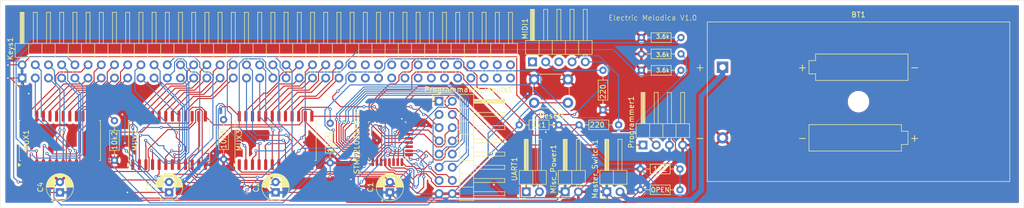
<source format=kicad_pcb>
(kicad_pcb (version 20240108) (generator "pcbnew") (generator_version "8.0")
  (layers (0 "F.Cu" signal) (31 "B.Cu" signal) (34 "B.Paste" user) (35 "F.Paste" user) (36 "B.SilkS" user "B.Silkscreen") (37 "F.SilkS" user "F.Silkscreen") (38 "B.Mask" user) (39 "F.Mask" user) (44 "Edge.Cuts" user))
  (net 0 "")
  (net 1 "VCC")
  (net 2 "Net-(STM32L031K6Tx1-NRST)")
  (net 3 "Net-(STM32L031K6Tx1-BOOT0)")
  (net 4 "GND")
  (net 5 "Net-(MUX3-~{E})")
  (net 6 "Net-(MUX1-~{E})")
  (net 7 "Net-(MUX2-~{E})")
  (net 8 "Net-(MIDI1-Pin_4)")
  (net 9 "Net-(MIDI1-Pin_2)")
  (net 10 "Net-(BT1-+)")
  (net 11 "/N11")
  (net 14 "/N34")
  (net 15 "/N10")
  (net 16 "/N6")
  (net 17 "/N8")
  (net 19 "/N21")
  (net 20 "/N46")
  (net 22 "/N44")
  (net 23 "/N4")
  (net 24 "/N32")
  (net 26 "/N0")
  (net 27 "/N41")
  (net 28 "/N43")
  (net 29 "/N33")
  (net 30 "/N9")
  (net 32 "/N17")
  (net 33 "/N40")
  (net 36 "/N20")
  (net 38 "/N39")
  (net 41 "/N31")
  (net 42 "/N36")
  (net 45 "/N23")
  (net 47 "/N16")
  (net 49 "/N29")
  (net 50 "/N14")
  (net 51 "/N42")
  (net 52 "/N38")
  (net 53 "/N7")
  (net 54 "/N30")
  (net 58 "/N15")
  (net 59 "/N12")
  (net 60 "/N2")
  (net 61 "/N22")
  (net 65 "/N26")
  (net 66 "/N35")
  (net 67 "/N18")
  (net 68 "/N28")
  (net 69 "/N37")
  (net 71 "/N25")
  (net 72 "/N45")
  (net 76 "/N19")
  (net 77 "/N3")
  (net 79 "/N5")
  (net 80 "/N1")
  (net 81 "/N24")
  (net 82 "/N27")
  (net 83 "/N47")
  (net 84 "/N13")
  (net 87 "/UART_TX")
  (net 88 "/S0")
  (net 89 "/S3")
  (net 90 "/IN_0")
  (net 91 "/S1")
  (net 92 "/S2")
  (net 93 "/IN_1")
  (net 94 "/IN_2")
  (net 95 "/PA2")
  (net 96 "/PC15")
  (net 97 "/PB4")
  (net 98 "/PA0")
  (net 99 "/PA3")
  (net 100 "/PC14")
  (net 101 "/PB6")
  (net 102 "/PB5")
  (net 103 "/PB0")
  (net 104 "/PB3")
  (net 105 "/PA1")
  (net 106 "/PA8")
  (net 107 "/PB1")
  (net 108 "/PB7")
  (net 109 "/SWCLK")
  (net 110 "/SWDIO")
  (net 111 "/UART_RX")
  (footprint "Connector_PinHeader_2.54mm:PinHeader_1x02_P2.54mm_Horizontal" (layer "F.Cu") (at 175.725 128.875 90)
    (property "Reference" "UART1")
    (property "Value" "Conn_01x02_Pin" (hide yes))
  )
  (footprint "Capacitor_THT:CP_Radial_D5.0mm_P2.00mm" (layer "F.Cu") (at 86 129 90)
    (property "Reference" "C4")
    (property "Value" "C" (hide yes))
  )
  (footprint "Resistor_THT:R_Axial_DIN0204_L3.6mm_D1.6mm_P7.62mm_Horizontal" (layer "F.Cu") (at 96.5 122.81 90)
    (property "Reference" "10k2")
    (property "Value" "R" (hide yes))
  )
  (footprint "Capacitor_THT:CP_Radial_D5.0mm_P2.00mm" (layer "F.Cu") (at 127.5 129 90)
    (property "Reference" "C2")
    (property "Value" "C" (hide yes))
  )
  (footprint "Resistor_THT:R_Axial_DIN0204_L3.6mm_D1.6mm_P7.62mm_Horizontal" (layer "F.Cu") (at 197.88 99.2)
    (property "Reference" "3.6k")
    (property "Value" "R" (hide yes))
  )
  (footprint "Connector_PinHeader_2.54mm:PinHeader_2x38_P2.54mm_Horizontal" (layer "F.Cu") (at 78.725 106.985 90)
    (property "Reference" "Keys1")
    (property "Value" "Conn_02x38_Odd_Even_Shielded" (hide yes))
  )
  (footprint "Package_SO:SOIC-24W_7.5x15.4mm_P1.27mm" (layer "F.Cu") (at 127.5 119 90)
    (property "Reference" "MUX3")
    (property "Value" "CD74HC4067M" (hide yes))
  )
  (footprint "Resistor_THT:R_Axial_DIN0204_L3.6mm_D1.6mm_P7.62mm_Horizontal" (layer "F.Cu") (at 117.5 115 -90)
    (property "Reference" "10k3")
    (property "Value" "R" (hide yes))
  )
  (footprint "Button_Switch_THT:SW_PUSH_6mm_H4.3mm" (layer "F.Cu") (at 177.25 107.25)
    (property "Reference" "Reset1")
    (property "Value" "SW_Push" (hide yes))
  )
  (footprint "Resistor_THT:R_Axial_DIN0204_L3.6mm_D1.6mm_P7.62mm_Horizontal" (layer "F.Cu") (at 182 116 180)
    (property "Reference" "1k1")
    (property "Value" "R" (hide yes))
  )
  (footprint "Package_QFP:LQFP-32_7x7mm_P0.8mm" (layer "F.Cu") (at 149 119 90)
    (property "Reference" "STM32L031K6Tx1")
    (property "Value" "STM32L031K6Tx" (hide yes))
  )
  (footprint "Package_SO:SOIC-24W_7.5x15.4mm_P1.27mm" (layer "F.Cu") (at 107 119 90)
    (property "Reference" "MUX2")
    (property "Value" "CD74HC4067M" (hide yes))
  )
  (footprint "Resistor_THT:R_Axial_DIN0204_L3.6mm_D1.6mm_P7.62mm_Horizontal" (layer "F.Cu") (at 205.5 102.35 180)
    (property "Reference" "3.6k")
    (property "Value" "R" (hide yes))
  )
  (footprint "Resistor_THT:R_Axial_DIN0204_L3.6mm_D1.6mm_P7.62mm_Horizontal" (layer "F.Cu") (at 138 115.69 -90)
    (property "Reference" "10k1")
    (property "Value" "R" (hide yes))
  )
  (footprint "Connector_PinHeader_2.54mm:PinHeader_1x04_P2.54mm_Horizontal" (layer "F.Cu") (at 198.2 119.875 90)
    (property "Reference" "Programmer1")
    (property "Value" "Conn_01x04" (hide yes))
  )
  (footprint "Connector_PinHeader_2.54mm:PinHeader_1x02_P2.54mm_Horizontal" (layer "F.Cu") (at 191.225 128.875 90)
    (property "Reference" "Master_Switch1")
    (property "Value" "Conn_01x02" (hide yes))
  )
  (footprint "Resistor_THT:R_Axial_DIN0204_L3.6mm_D1.6mm_P7.62mm_Horizontal" (layer "F.Cu") (at 205.31 128.5 180)
    (property "Reference" "OPEN")
    (property "Value" "R" (hide yes))
  )
  (footprint "Connector_PinHeader_2.54mm:PinHeader_1x05_P2.54mm_Horizontal" (layer "F.Cu") (at 176.925 103.875 90)
    (property "Reference" "MIDI1")
    (property "Value" "Conn_01x05" (hide yes))
  )
  (footprint "Resistor_THT:R_Axial_DIN0204_L3.6mm_D1.6mm_P7.62mm_Horizontal" (layer "F.Cu") (at 190.5 113.12 90)
    (property "Reference" "220")
    (property "Value" "R" (hide yes))
  )
  (footprint "Capacitor_THT:CP_Radial_D5.0mm_P2.00mm" (layer "F.Cu") (at 107 129 90)
    (property "Reference" "C3")
    (property "Value" "C" (hide yes))
  )
  (footprint "Battery:BatteryHolder_MPD_BC2AAPC_2xAA" (layer "F.Cu") (at 213.5 104.91)
    (property "Reference" "BT1")
    (property "Value" "Battery")
  )
  (footprint "Capacitor_THT:CP_Radial_D5.0mm_P2.00mm" (layer "F.Cu") (at 149.5 129 90)
    (property "Reference" "C1")
    (property "Value" "C" (hide yes))
  )
  (footprint "Connector_PinHeader_2.54mm:PinHeader_2x08_P2.54mm_Horizontal" (layer "F.Cu") (at 158.96 111.46)
    (property "Reference" "Programmable_Inputs1")
    (property "Value" "Conn_02x08_Odd_Even" (hide yes))
  )
  (footprint "Connector_PinHeader_2.54mm:PinHeader_1x02_P2.54mm_Horizontal" (layer "F.Cu") (at 183.225 128.875 90)
    (property "Reference" "Misc_Power1")
    (property "Value" "Conn_01x02" (hide yes))
  )
  (footprint "Resistor_THT:R_Axial_DIN0204_L3.6mm_D1.6mm_P7.62mm_Horizontal" (layer "F.Cu") (at 185.88 116)
    (property "Reference" "220")
    (property "Value" "R" (hide yes))
  )
  (footprint "Package_SO:SOIC-24W_7.5x15.4mm_P1.27mm" (layer "F.Cu") (at 86 119 90)
    (property "Reference" "MUX1")
    (property "Value" "CD74HC4067M")
  )
  (footprint "Resistor_THT:R_Axial_DIN0204_L3.6mm_D1.6mm_P7.62mm_Horizontal" (layer "F.Cu") (at 205.31 124.5 180)
    (property "Reference" "1k2")
    (property "Value" "R" (hide yes))
  )
  (footprint "Resistor_THT:R_Axial_DIN0204_L3.6mm_D1.6mm_P7.62mm_Horizontal" (layer "F.Cu") (at 197.88 105.5)
    (property "Reference" "3.6k")
    (property "Value" "R" (hide yes))
  )
  (gr_rect (start 74.5 92) (end 271.5 132) (stroke (width 0.05)) (fill none) (layer "Edge.Cuts"))
  (gr_text "Electric Melodica V1.0" (at 191.5 96 0) (layer "F.SilkS") (effects (font (size 1 1) (thickness 0.1)) (justify left bottom)))
  (segment (start 185.88 116) (end 184.48 117.4) (width 0.2) (layer "F.Cu") (net 1))
  (segment (start 79.015 114.35) (end 79.685 115.02) (width 0.2) (layer "F.Cu") (net 1))
  (segment (start 152.359314 124.3) (end 152.559314 124.5) (width 0.2) (layer "F.Cu") (net 1))
  (segment (start 146.2 122.485785) (end 148.735785 119.95) (width 0.2) (layer "F.Cu") (net 1))
  (segment (start 203.28 122.91) (end 203.28 119.875) (width 0.2) (layer "F.Cu") (net 1))
  (segment (start 76 104.5) (end 76.055 104.445) (width 0.2) (layer "F.Cu") (net 1))
  (segment (start 197.69 128.5) (end 203.28 122.91) (width 0.2) (layer "F.Cu") (net 1))
  (segment (start 190.075 127.725) (end 191.225 128.875) (width 0.2) (layer "F.Cu") (net 1))
  (segment (start 118.665 112.5) (end 120.515 114.35) (width 0.2) (layer "F.Cu") (net 1))
  (segment (start 144.5 124) (end 145 123.5) (width 0.2) (layer "F.Cu") (net 1))
  (segment (start 179.651471 116) (end 182 116) (width 0.2) (layer "F.Cu") (net 1))
  (segment (start 127.5 129) (end 139.5 129) (width 0.2) (layer "F.Cu") (net 1))
  (segment (start 173.895 102.895) (end 173.895 110.243529) (width 0.2) (layer "F.Cu") (net 1))
  (segment (start 146.2 123.175) (end 146.2 122.485785) (width 0.2) (layer "F.Cu") (net 1))
  (segment (start 191.225 128.875) (end 192.375 130.025) (width 0.2) (layer "F.Cu") (net 1))
  (segment (start 184.48 117.4) (end 179.5 117.4) (width 0.2) (layer "F.Cu") (net 1))
  (segment (start 145 123.5) (end 145.875 123.5) (width 0.2) (layer "F.Cu") (net 1))
  (segment (start 79.685 115.02) (end 79.685 125.185) (width 0.2) (layer "F.Cu") (net 1))
  (segment (start 149.4 123.175) (end 149.4 123.924999) (width 0.2) (layer "F.Cu") (net 1))
  (segment (start 173.895 110.243529) (end 179.651471 116) (width 0.2) (layer "F.Cu") (net 1))
  (segment (start 79.5 110) (end 80 110) (width 0.2) (layer "F.Cu") (net 1))
  (segment (start 79.685 125.185) (end 83.5 129) (width 0.2) (layer "F.Cu") (net 1))
  (segment (start 99 129) (end 107 129) (width 0.2) (layer "F.Cu") (net 1))
  (segment (start 144.5 129) (end 144 128.5) (width 0.2) (layer "F.Cu") (net 1))
  (segment (start 83.5 129) (end 86 129) (width 0.2) (layer "F.Cu") (net 1))
  (segment (start 117 112.5) (end 118.665 112.5) (width 0.2) (layer "F.Cu") (net 1))
  (segment (start 153 124.5) (end 153.5 125) (width 0.2) (layer "F.Cu") (net 1))
  (segment (start 100 116.5) (end 100.015 116.485) (width 0.2) (layer "F.Cu") (net 1))
  (segment (start 100.015 116.485) (end 100.015 114.35) (width 0.2) (layer "F.Cu") (net 1))
  (segment (start 78.725 104.445) (end 80.275 102.895) (width 0.2) (layer "F.Cu") (net 1))
  (segment (start 148.735785 119.95) (end 149 119.95) (width 0.2) (layer "F.Cu") (net 1))
  (segment (start 182 116) (end 185.88 116) (width 0.2) (layer "F.Cu") (net 1))
  (segment (start 183.225 128.875) (end 184.375 127.725) (width 0.2) (layer "F.Cu") (net 1))
  (segment (start 149.4 123.924999) (end 149.775001 124.3) (width 0.2) (layer "F.Cu") (net 1))
  (segment (start 79.015 114.35) (end 79.015 107.275) (width 0.2) (layer "F.Cu") (net 1))
  (segment (start 150.99 130.49) (end 181.61 130.49) (width 0.2) (layer "F.Cu") (net 1))
  (segment (start 79.015 107.275) (end 78.725 106.985) (width 0.2) (layer "F.Cu") (net 1))
  (segment (start 76 107) (end 76.015 106.985) (width 0.2) (layer "F.Cu") (net 1))
  (segment (start 149.5 129) (end 150.99 130.49) (width 0.2) (layer "F.Cu") (net 1))
  (segment (start 196.165 130.025) (end 197.69 128.5) (width 0.2) (layer "F.Cu") (net 1))
  (segment (start 76 107) (end 76.5 107) (width 0.2) (layer "F.Cu") (net 1))
  (segment (start 110 126.5) (end 110.6 127.1) (width 0.2) (layer "F.Cu") (net 1))
  (segment (start 149.5 129) (end 144.5 129) (width 0.2) (layer "F.Cu") (net 1))
  (segment (start 145.875 123.5) (end 146.2 123.175) (width 0.2) (layer "F.Cu") (net 1))
  (segment (start 80.275 102.895) (end 173.895 102.895) (width 0.2) (layer "F.Cu") (net 1))
  (segment (start 76.015 106.985) (end 78.725 106.985) (width 0.2) (layer "F.Cu") (net 1))
  (segment (start 76.5 107) (end 79.5 110) (width 0.2) (layer "F.Cu") (net 1))
  (segment (start 149.775001 124.3) (end 152.359314 124.3) (width 0.2) (layer "F.Cu") (net 1))
  (segment (start 181.61 130.49) (end 183.225 128.875) (width 0.2) (layer "F.Cu") (net 1))
  (segment (start 149 119.95) (end 149.825499 119.95) (width 0.2) (layer "F.Cu") (net 1))
  (segment (start 139.5 129) (end 142 126.5) (width 0.2) (layer "F.Cu") (net 1))
  (segment (start 184.375 127.725) (end 190.075 127.725) (width 0.2) (layer "F.Cu") (net 1))
  (segment (start 76.055 104.445) (end 78.725 104.445) (width 0.2) (layer "F.Cu") (net 1))
  (segment (start 149.825499 119.95) (end 149.875499 120) (width 0.2) (layer "F.Cu") (net 1))
  (segment (start 125.6 127.1) (end 127.5 129) (width 0.2) (layer "F.Cu") (net 1))
  (segment (start 110.6 127.1) (end 125.6 127.1) (width 0.2) (layer "F.Cu") (net 1))
  (segment (start 152.559314 124.5) (end 153 124.5) (width 0.2) (layer "F.Cu") (net 1))
  (segment (start 192.375 130.025) (end 196.165 130.025) (width 0.2) (layer "F.Cu") (net 1))
  (via (at 149.875499 120) (size 0.6) (drill 0.3) (layers "F.Cu" "B.Cu") (net 1))
  (via (at 144.5 124) (size 0.6) (drill 0.3) (layers "F.Cu" "B.Cu") (net 1))
  (via (at 142 126.5) (size 0.6) (drill 0.3) (layers "F.Cu" "B.Cu") (net 1))
  (via (at 76 104.5) (size 0.6) (drill 0.3) (layers "F.Cu" "B.Cu") (net 1))
  (via (at 151.8 114.825) (size 0.6) (drill 0.3) (layers "F.Cu" "B.Cu") (net 1))
  (via (at 144 128.5) (size 0.6) (drill 0.3) (layers "F.Cu" "B.Cu") (net 1))
  (via (at 153.5 125) (size 0.6) (drill 0.3) (layers "F.Cu" "B.Cu") (net 1))
  (via (at 99 129) (size 0.6) (drill 0.3) (layers "F.Cu" "B.Cu") (net 1))
  (via (at 110 126.5) (size 0.6) (drill 0.3) (layers "F.Cu" "B.Cu") (net 1))
  (via (at 100 116.5) (size 0.6) (drill 0.3) (layers "F.Cu" "B.Cu") (net 1))
  (via (at 76 107) (size 0.6) (drill 0.3) (layers "F.Cu" "B.Cu") (net 1))
  (via (at 117 112.5) (size 0.6) (drill 0.3) (layers "F.Cu" "B.Cu") (net 1))
  (via (at 179.5 117.4) (size 0.6) (drill 0.3) (layers "F.Cu" "B.Cu") (net 1))
  (via (at 80 110) (size 0.6) (drill 0.3) (layers "F.Cu" "B.Cu") (net 1))
  (segment (start 149.875499 120) (end 149.875499 116.749501) (width 0.2) (layer "B.Cu") (net 1))
  (segment (start 78.725 106.985) (end 78.725 104.445) (width 0.2) (layer "B.Cu") (net 1))
  (segment (start 121.751471 129.1) (end 116.5 123.848529) (width 0.2) (layer "B.Cu") (net 1))
  (segment (start 153.5 126) (end 150.5 129) (width 0.2) (layer "B.Cu") (net 1))
  (segment (start 116.5 113) (end 117 112.5) (width 0.2) (layer "B.Cu") (net 1))
  (segment (start 144 128.5) (end 142 126.5) (width 0.2) (layer "B.Cu") (net 1))
  (segment (start 149.875499 116.749501) (end 151.8 114.825) (width 0.2) (layer "B.Cu") (net 1))
  (segment (start 86 129) (end 99 129) (width 0.2) (layer "B.Cu") (net 1))
  (segment (start 107 129) (end 109.5 126.5) (width 0.2) (layer "B.Cu") (net 1))
  (segment (start 109.5 126.5) (end 110 126.5) (width 0.2) (layer "B.Cu") (net 1))
  (segment (start 142 126.5) (end 144.5 124) (width 0.2) (layer "B.Cu") (net 1))
  (segment (start 127.4 129.1) (end 121.751471 129.1) (width 0.2) (layer "B.Cu") (net 1))
  (segment (start 183.225 117.225) (end 183.225 128.875) (width 0.2) (layer "B.Cu") (net 1))
  (segment (start 100 123) (end 100 116.5) (width 0.2) (layer "B.Cu") (net 1))
  (segment (start 150.5 129) (end 149.5 129) (width 0.2) (layer "B.Cu") (net 1))
  (segment (start 116.5 123.848529) (end 116.5 113) (width 0.2) (layer "B.Cu") (net 1))
  (segment (start 153.5 125) (end 153.5 126) (width 0.2) (layer "B.Cu") (net 1))
  (segment (start 182 116) (end 183.225 117.225) (width 0.2) (layer "B.Cu") (net 1))
  (segment (start 127.5 129) (end 127.4 129.1) (width 0.2) (layer "B.Cu") (net 1))
  (segment (start 107 129) (end 106 129) (width 0.2) (layer "B.Cu") (net 1))
  (segment (start 106 129) (end 100 123) (width 0.2) (layer "B.Cu") (net 1))
  (segment (start 155.448529 125.4) (end 156.492821 125.4) (width 0.2) (layer "F.Cu") (net 2))
  (segment (start 148.6 123.175) (end 148.6 123.924999) (width 0.2) (layer "F.Cu") (net 2))
  (segment (start 156.492821 125.4) (end 157.5 126.407179) (width 0.2) (layer "F.Cu") (net 2))
  (segment (start 148.6 123.924999) (end 149.375001 124.7) (width 0.2) (layer "F.Cu") (net 2))
  (segment (start 150.631372 125) (end 152.5 125) (width 0.2) (layer "F.Cu") (net 2))
  (segment (start 162.65 127.85) (end 169 121.5) (width 0.2) (layer "F.Cu") (net 2))
  (segment (start 157.5 126.407179) (end 157.5 126.866346) (width 0.2) (layer "F.Cu") (net 2))
  (segment (start 177.25 111.75) (end 183.75 111.75) (width 0.2) (layer "F.Cu") (net 2))
  (segment (start 150.331372 124.7) (end 150.631372 125) (width 0.2) (layer "F.Cu") (net 2))
  (segment (start 149.375001 124.7) (end 150.331372 124.7) (width 0.2) (layer "F.Cu") (net 2))
  (segment (start 152.5 125) (end 153.925735 126.425736) (width 0.2) (layer "F.Cu") (net 2))
  (segment (start 155.248529 125.6) (end 155.448529 125.4) (width 0.2) (layer "F.Cu") (net 2))
  (segment (start 157.5 126.866346) (end 158.483654 127.85) (width 0.2) (layer "F.Cu") (net 2))
  (segment (start 153.925735 126.425736) (end 154.751471 125.6) (width 0.2) (layer "F.Cu") (net 2))
  (segment (start 158.483654 127.85) (end 162.65 127.85) (width 0.2) (layer "F.Cu") (net 2))
  (segment (start 154.751471 125.6) (end 155.248529 125.6) (width 0.2) (layer "F.Cu") (net 2))
  (via (at 169 121.5) (size 0.6) (drill 0.3) (layers "F.Cu" "B.Cu") (net 2))
  (segment (start 169 121.5) (end 169 121.38) (width 0.2) (layer "B.Cu") (net 2))
  (segment (start 174.38 114.62) (end 177.25 111.75) (width 0.2) (layer "B.Cu") (net 2))
  (segment (start 169 121.38) (end 174.38 116) (width 0.2) (layer "B.Cu") (net 2))
  (segment (start 174.38 116) (end 174.38 114.62) (width 0.2) (layer "B.Cu") (net 2))
  (segment (start 138.625662 119.302621) (end 138.625662 117) (width 0.2) (layer "F.Cu") (net 3))
  (segment (start 144.075001 121) (end 143.975001 121.1) (width 0.2) (layer "F.Cu") (net 3))
  (segment (start 144.825 121) (end 144.075001 121) (width 0.2) (layer "F.Cu") (net 3))
  (segment (start 140.423041 121.1) (end 138.625662 119.302621) (width 0.2) (layer "F.Cu") (net 3))
  (segment (start 143.975001 121.1) (end 140.423041 121.1) (width 0.2) (layer "F.Cu") (net 3))
  (via (at 138.625662 117) (size 0.6) (drill 0.3) (layers "F.Cu" "B.Cu") (net 3))
  (segment (start 204.31 123.5) (end 205.31 124.5) (width 0.2) (layer "B.Cu") (net 3))
  (segment (start 137 113.151471) (end 141.841471 108.31) (width 0.2) (layer "B.Cu") (net 3))
  (segment (start 137.895786 117) (end 137 116.104214) (width 0.2) (layer "B.Cu") (net 3))
  (segment (start 137 116.104214) (end 137 113.151471) (width 0.2) (layer "B.Cu") (net 3))
  (segment (start 141.841471 108.31) (end 176.31 108.31) (width 0.2) (layer "B.Cu") (net 3))
  (segment (start 191.5 123.5) (end 204.31 123.5) (width 0.2) (layer "B.Cu") (net 3))
  (segment (start 176.31 108.31) (end 191.5 123.5) (width 0.2) (layer "B.Cu") (net 3))
  (segment (start 138.625662 117) (end 137.895786 117) (width 0.2) (layer "B.Cu") (net 3))
  (segment (start 205.31 124.5) (end 205.31 128.5) (width 0.2) (layer "B.Cu") (net 3))
  (segment (start 151.1 117.465686) (end 151.1 117.748529) (width 0.2) (layer "F.Cu") (net 4))
  (segment (start 87.235 125.765) (end 87.235 119.225552) (width 0.2) (layer "F.Cu") (net 4))
  (segment (start 153.09 130.09) (end 158.11 130.09) (width 0.2) (layer "F.Cu") (net 4))
  (segment (start 100.6 119.5) (end 98.5 119.5) (width 0.2) (layer "F.Cu") (net 4))
  (segment (start 158.11 130.09) (end 158.96 129.24) (width 0.2) (layer "F.Cu") (net 4))
  (segment (start 137.5 127) (end 127.5 127) (width 0.2) (layer "F.Cu") (net 4))
  (segment (start 145.574999 121.8) (end 144.825 121.8) (width 0.2) (layer "F.Cu") (net 4))
  (segment (start 196.714214 130.89) (end 204.43 123.174214) (width 0.2) (layer "F.Cu") (net 4))
  (segment (start 115 122.635) (end 113.985 123.65) (width 0.2) (layer "F.Cu") (net 4))
  (segment (start 137.5 126.5) (end 138 126) (width 0.2) (layer "F.Cu") (net 4))
  (segment (start 115.5 121.5) (end 115 122) (width 0.2) (layer "F.Cu") (net 4))
  (segment (start 115 122) (end 115 122.635) (width 0.2) (layer "F.Cu") (net 4))
  (segment (start 87.235 119.225552) (end 89.845 116.615552) (width 0.2) (layer "F.Cu") (net 4))
  (segment (start 98.5 119.5) (end 96.5 121.5) (width 0.2) (layer "F.Cu") (net 4))
  (segment (start 160.65 130.09) (end 152.79 130.09) (width 0.2) (layer "F.Cu") (net 4))
  (segment (start 89.845 113.284448) (end 90.629448 112.5) (width 0.2) (layer "F.Cu") (net 4))
  (segment (start 122.5 128) (end 125.5 128) (width 0.2) (layer "F.Cu") (net 4))
  (segment (start 147 119) (end 147 120.374999) (width 0.2) (layer "F.Cu") (net 4))
  (segment (start 204.43 123.174214) (end 204.43 119.398654) (width 0.2) (layer "F.Cu") (net 4))
  (segment (start 96.5 112.5) (end 98 114) (width 0.2) (layer "F.Cu") (net 4))
  (segment (start 147.5 116.848529) (end 147.5 116.5) (width 0.2) (layer "F.Cu") (net 4))
  (segment (start 143.751471 127.9) (end 143.4 128.251471) (width 0.2) (layer "F.Cu") (net 4))
  (segment (start 149.5 127) (end 150 127) (width 0.2) (layer "F.Cu") (net 4))
  (segment (start 176 110) (end 177.25 108.75) (width 0.2) (layer "F.Cu") (net 4))
  (segment (start 151.1 117.748529) (end 150.748529 118.1) (width 0.2) (layer "F.Cu") (net 4))
  (segment (start 134.825 123.31) (end 138 123.31) (width 0.2) (layer "F.Cu") (net 4))
  (segment (start 156.3 116.2) (end 156.5 116) (width 0.2) (layer "F.Cu") (net 4))
  (segment (start 179.75 107.25) (end 183.75 107.25) (width 0.2) (layer "F.Cu") (net 4))
  (segment (start 92.985 123.65) (end 93.825 122.81) (width 0.2) (layer "F.Cu") (net 4))
  (segment (start 134.485 123.65) (end 134.825 123.31) (width 0.2) (layer "F.Cu") (net 4))
  (segment (start 150.6 127.9) (end 143.751471 127.9) (width 0.2) (layer "F.Cu") (net 4))
  (segment (start 89.845 116.615552) (end 89.845 113.284448) (width 0.2) (layer "F.Cu") (net 4))
  (segment (start 150 127) (end 153.09 130.09) (width 0.2) (layer "F.Cu") (net 4))
  (segment (start 152.79 130.09) (end 150.6 127.9) (width 0.2) (layer "F.Cu") (net 4))
  (segment (start 150.748529 118.1) (end 148.751471 118.1) (width 0.2) (layer "F.Cu") (net 4))
  (segment (start 143.4 128.748529) (end 145.541471 130.89) (width 0.2) (layer "F.Cu") (net 4))
  (segment (start 86 127) (end 87.235 125.765) (width 0.2) (layer "F.Cu") (net 4))
  (segment (start 153.175 116.2) (end 152.365686 116.2) (width 0.2) (layer "F.Cu") (net 4))
  (segment (start 137.5 127) (end 137.5 126.5) (width 0.2) (layer "F.Cu") (net 4))
  (segment (start 204.43 119.398654) (end 198.151346 113.12) (width 0.2) (layer "F.Cu") (net 4))
  (segment (start 177.075735 109.924265) (end 179.75 107.25) (width 0.2) (layer "F.Cu") (net 4))
  (segment (start 139.6 125.9) (end 139.5 126) (width 0.2) (layer "F.Cu") (net 4))
  (segment (start 147 120.374999) (end 145.574999 121.8) (width 0.2) (layer "F.Cu") (net 4))
  (segment (start 143.4 128.251471) (end 143.4 128.748529) (width 0.2) (layer "F.Cu") (net 4))
  (segment (start 90.629448 112.5) (end 96.5 112.5) (width 0.2) (layer "F.Cu") (net 4))
  (segment (start 144.775 121.75) (end 143 121.75) (width 0.2) (layer "F.Cu") (net 4))
  (segment (start 122.2 127.7) (end 122.5 128) (width 0.2) (layer "F.Cu") (net 4))
  (segment (start 144.825 121.8) (end 144.95 121.925) (width 0.2) (layer "F.Cu") (net 4))
  (segment (start 139.6 125.9) (end 148.4 125.9) (width 0.2) (layer "F.Cu") (net 4))
  (segment (start 153.175 116.2) (end 156.3 116.2) (width 0.2) (layer "F.Cu") (net 4))
  (segment (start 93.825 122.81) (end 96.5 122.81) (width 0.2) (layer "F.Cu") (net 4))
  (segment (start 96.5 121.5) (end 96.5 122.81) (width 0.2) (layer "F.Cu") (net 4))
  (segment (start 152.365686 116.2) (end 151.1 117.465686) (width 0.2) (layer "F.Cu") (net 4))
  (segment (start 144.95 121.925) (end 144.775 121.75) (width 0.2) (layer "F.Cu") (net 4))
  (segment (start 198.151346 113.12) (end 190.5 113.12) (width 0.2) (layer "F.Cu") (net 4))
  (segment (start 177.25 108.75) (end 177.25 107.25) (width 0.2) (layer "F.Cu") (net 4))
  (segment (start 148.751471 118.1) (end 147.5 116.848529) (width 0.2) (layer "F.Cu") (net 4))
  (segment (start 148.4 125.9) (end 149.5 127) (width 0.2) (layer "F.Cu") (net 4))
  (segment (start 139.5 126) (end 138 126) (width 0.2) (layer "F.Cu") (net 4))
  (segment (start 145.541471 130.89) (end 196.714214 130.89) (width 0.2) (layer "F.Cu") (net 4))
  (segment (start 161.5 129.24) (end 160.65 130.09) (width 0.2) (layer "F.Cu") (net 4))
  (segment (start 121.5 127.7) (end 122.2 127.7) (width 0.2) (layer "F.Cu") (net 4))
  (via (at 100.6 119.5) (size 0.6) (drill 0.3) (layers "F.Cu" "B.Cu") (net 4))
  (via (at 156.5 116) (size 0.6) (drill 0.3) (layers "F.Cu" "B.Cu") (net 4))
  (via (at 125.5 128) (size 0.6) (drill 0.3) (layers "F.Cu" "B.Cu") (net 4))
  (via (at 176 110) (size 0.6) (drill 0.3) (layers "F.Cu" "B.Cu") (net 4))
  (via (at 138 126) (size 0.6) (drill 0.3) (layers "F.Cu" "B.Cu") (net 4))
  (via (at 147.5 116.5) (size 0.6) (drill 0.3) (layers "F.Cu" "B.Cu") (net 4))
  (via (at 147 119) (size 0.6) (drill 0.3) (layers "F.Cu" "B.Cu") (net 4))
  (via (at 143 121.75) (size 0.6) (drill 0.3) (layers "F.Cu" "B.Cu") (net 4))
  (via (at 177.075735 109.924265) (size 0.6) (drill 0.3) (layers "F.Cu" "B.Cu") (net 4))
  (via (at 115.5 121.5) (size 0.6) (drill 0.3) (layers "F.Cu" "B.Cu") (net 4))
  (via (at 169.5 127.5) (size 0.6) (drill 0.3) (layers "F.Cu" "B.Cu") (net 4))
  (via (at 121.5 127.7) (size 0.6) (drill 0.3) (layers "F.Cu" "B.Cu") (net 4))
  (via (at 98.5 119.5) (size 0.6) (drill 0.3) (layers "F.Cu" "B.Cu") (net 4))
  (via (at 98 114) (size 0.6) (drill 0.3) (layers "F.Cu" "B.Cu") (net 4))
  (segment (start 86.2 131.4) (end 84.86863 130.06863) (width 0.2) (layer "B.Cu") (net 4))
  (segment (start 147 116) (end 146.5 116) (width 0.2) (layer "B.Cu") (net 4))
  (segment (start 143.4 126.1) (end 143.4 127.248529) (width 0.2) (layer "B.Cu") (net 4))
  (segment (start 117.5 122.62) (end 121.5 126.62) (width 0.2) (layer "B.Cu") (net 4))
  (segment (start 98.5 114.5) (end 98.5 119.5) (width 0.2) (layer "B.Cu") (net 4))
  (segment (start 161.5 129.24) (end 162.285 130.025) (width 0.2) (layer "B.Cu") (net 4))
  (segment (start 153.748529 124.4) (end 154.1 124.751471) (width 0.2) (layer "B.Cu") (net 4))
  (segment (start 161.5 129.24) (end 168.4 122.34) (width 0.2) (layer "B.Cu") (net 4))
  (segment (start 153.9 127.6) (end 153.9 128.4) (width 0.2) (layer "B.Cu") (net 4))
  (segment (start 84.86863 130.06863) (end 84.86863 127.93137) (width 0.2) (layer "B.Cu") (net 4))
  (segment (start 168.4 118.6) (end 177.075735 109.924265) (width 0.2) (layer "B.Cu") (net 4))
  (segment (start 156.5 116) (end 156.5 116.148532) (width 0.2) (layer "B.Cu") (net 4))
  (segment (start 150.12697 121.1) (end 149.275499 120.248529) (width 0.2) (layer "B.Cu") (net 4))
  (segment (start 197.69 124.5) (end 202.69 129.5) (width 0.2) (layer "B.Cu") (net 4))
  (segment (start 100.6 122.948529) (end 100.6 119.5) (width 0.2) (layer "B.Cu") (net 4))
  (segment (start 147.9 121.6) (end 143.4 126.1) (width 0.2) (layer "B.Cu") (net 4))
  (segment (start 202.69 129.5) (end 206.5 129.5) (width 0.2) (layer "B.Cu") (net 4))
  (segment (start 141.44 123.31) (end 138 123.31) (width 0.2) (layer "B.Cu") (net 4))
  (segment (start 168.4 117.6) (end 176 110) (width 0.2) (layer "B.Cu") (net 4))
  (segment (start 127 127.5) (end 127.5 127) (width 0.2) (layer "B.Cu") (net 4))
  (segment (start 143.4 127.248529) (end 143.868628 127.717157) (width 0.2) (layer "B.Cu") (net 4))
  (segment (start 84.86863 127.93137) (end 85.8 127) (width 0.2) (layer "B.Cu") (net 4))
  (segment (start 85.8 127) (end 86 127) (width 0.2) (layer "B.Cu") (net 4))
  (segment (start 206.5 129.5) (end 207 129) (width 0.2) (layer "B.Cu") (net 4))
  (segment (start 149.275499 120.248529) (end 149.275499 116.92697) (width 0.2) (layer "B.Cu") (net 4))
  (segment (start 138 123.31) (end 138 126) (width 0.2) (layer "B.Cu") (net 4))
  (segment (start 158.96 129.24) (end 156.8 131.4) (width 0.2) (layer "B.Cu") (net 4))
  (segment (start 98 114) (end 98.5 114.5) (width 0.2) (layer "B.Cu") (net 4))
  (segment (start 197.69 124.5) (end 190.14 124.5) (width 0.2) (layer "B.Cu") (net 4))
  (segment (start 154.74 129.24) (end 161.5 129.24) (width 0.2) (layer "B.Cu") (net 4))
  (segment (start 146 118) (end 147 119) (width 0.2) (layer "B.Cu") (net 4))
  (segment (start 126 127.5) (end 127 127.5) (width 0.2) (layer "B.Cu") (net 4))
  (segment (start 143 121.75) (end 141.44 123.31) (width 0.2) (layer "B.Cu") (net 4))
  (segment (start 107 127) (end 108.434314 127) (width 0.2) (layer "B.Cu") (net 4))
  (segment (start 147.9 116.751471) (end 147.9 121.6) (width 0.2) (layer "B.Cu") (net 4))
  (segment (start 184.615 130.025) (end 172.025 130.025) (width 0.2) (layer "B.Cu") (net 4))
  (segment (start 149.275499 116.92697) (end 148.748529 116.4) (width 0.2) (layer "B.Cu") (net 4))
  (segment (start 168.4 122.34) (end 168.4 117.6) (width 0.2) (layer "B.Cu") (net 4))
  (segment (start 113.934314 121.5) (end 115.5 121.5) (width 0.2) (layer "B.Cu") (net 4))
  (segment (start 151.548532 121.1) (end 150.12697 121.1) (width 0.2) (layer "B.Cu") (net 4))
  (segment (start 149.934314 127.717157) (end 153.251471 124.4) (width 0.2) (layer "B.Cu") (net 4))
  (segment (start 156.8 131.4) (end 86.2 131.4) (width 0.2) (layer "B.Cu") (net 4))
  (segment (start 108.434314 127) (end 113.934314 121.5) (width 0.2) (layer "B.Cu") (net 4))
  (segment (start 146 116.5) (end 146 118) (width 0.2) (layer "B.Cu") (net 4))
  (segment (start 104.651471 127) (end 100.6 122.948529) (width 0.2) (layer "B.Cu") (net 4))
  (segment (start 143.868628 127.717157) (end 149.934314 127.717157) (width 0.2) (layer "B.Cu") (net 4))
  (segment (start 190.14 124.5) (end 185.765 128.875) (width 0.2) (layer "B.Cu") (net 4))
  (segment (start 146.5 116) (end 146 116.5) (width 0.2) (layer "B.Cu") (net 4))
  (segment (start 148.251471 116.4) (end 147.9 116.751471) (width 0.2) (layer "B.Cu") (net 4))
  (segment (start 121.5 126.62) (end 121.5 127.7) (width 0.2) (layer "B.Cu") (net 4))
  (segment (start 162.285 130.025) (end 184.615 130.025) (width 0.2) (layer "B.Cu") (net 4))
  (segment (start 153.9 128.4) (end 154.74 129.24) (width 0.2) (layer "B.Cu") (net 4))
  (segment (start 154.1 124.751471) (end 154.1 127.4) (width 0.2) (layer "B.Cu") (net 4))
  (segment (start 107 127) (end 104.651471 127) (width 0.2) (layer "B.Cu") (net 4))
  (segment (start 148.748529 116.4) (end 148.251471 116.4) (width 0.2) (layer "B.Cu") (net 4))
  (segment (start 154.1 127.4) (end 153.9 127.6) (width 0.2) (layer "B.Cu") (net 4))
  (segment (start 125.5 128) (end 126 127.5) (width 0.2) (layer "B.Cu") (net 4))
  (segment (start 156.5 116.148532) (end 151.548532 121.1) (width 0.2) (layer "B.Cu") (net 4))
  (segment (start 184.615 130.025) (end 185.765 128.875) (width 0.2) (layer "B.Cu") (net 4))
  (segment (start 207 129) (end 207 121.055) (width 0.2) (layer "B.Cu") (net 4))
  (segment (start 168.4 122.34) (end 168.4 118.6) (width 0.2) (layer "B.Cu") (net 4))
  (segment (start 207 121.055) (end 205.82 119.875) (width 0.2) (layer "B.Cu") (net 4))
  (segment (start 172.025 130.025) (end 169.5 127.5) (width 0.2) (layer "B.Cu") (net 4))
  (segment (start 147.5 116.5) (end 147 116) (width 0.2) (layer "B.Cu") (net 4))
  (segment (start 153.251471 124.4) (end 153.748529 124.4) (width 0.2) (layer "B.Cu") (net 4))
  (segment (start 131.945 113.325001) (end 132.645001 112.625) (width 0.2) (layer "F.Cu") (net 5))
  (segment (start 131.945 114.35) (end 131.945 113.325001) (width 0.2) (layer "F.Cu") (net 5))
  (segment (start 132.645001 112.625) (end 137.625 112.625) (width 0.2) (layer "F.Cu") (net 5))
  (segment (start 137.625 112.625) (end 138 113) (width 0.2) (layer "F.Cu") (net 5))
  (via (at 138 113) (size 0.6) (drill 0.3) (layers "F.Cu" "B.Cu") (net 5))
  (segment (start 138 113) (end 138 115.69) (width 0.2) (layer "B.Cu") (net 5))
  (segment (start 94.335 113.025) (end 96.5 115.19) (width 0.2) (layer "F.Cu") (net 6))
  (segment (start 90.445 113.325001) (end 90.745001 113.025) (width 0.2) (layer "F.Cu") (net 6))
  (segment (start 90.445 114.35) (end 90.445 113.325001) (width 0.2) (layer "F.Cu") (net 6))
  (segment (start 90.745001 113.025) (end 94.335 113.025) (width 0.2) (layer "F.Cu") (net 6))
  (segment (start 111.445 115.604314) (end 110.549314 116.5) (width 0.2) (layer "F.Cu") (net 7))
  (segment (start 110.549314 116.5) (end 105.5 116.5) (width 0.2) (layer "F.Cu") (net 7))
  (segment (start 111.445 114.35) (end 111.445 115.604314) (width 0.2) (layer "F.Cu") (net 7))
  (via (at 105.5 116.5) (size 0.6) (drill 0.3) (layers "F.Cu" "B.Cu") (net 7))
  (segment (start 105.5 116.5) (end 102.151471 116.5) (width 0.2) (layer "B.Cu") (net 7))
  (segment (start 116.6 111.9) (end 117.248529 111.9) (width 0.2) (layer "B.Cu") (net 7))
  (segment (start 117.815 114.685) (end 117.5 115) (width 0.2) (layer "B.Cu") (net 7))
  (segment (start 116.1 122.1) (end 116.1 112.4) (width 0.2) (layer "B.Cu") (net 7))
  (segment (start 107.7 130.5) (end 116.1 122.1) (width 0.2) (layer "B.Cu") (net 7))
  (segment (start 99.751471 115.9) (end 99.4 116.251471) (width 0.2) (layer "B.Cu") (net 7))
  (segment (start 117.815 112.466471) (end 117.815 114.685) (width 0.2) (layer "B.Cu") (net 7))
  (segment (start 116.1 112.4) (end 116.6 111.9) (width 0.2) (layer "B.Cu") (net 7))
  (segment (start 99.4 123.6) (end 106.3 130.5) (width 0.2) (layer "B.Cu") (net 7))
  (segment (start 100.9 117.751471) (end 100.9 116.551471) (width 0.2) (layer "B.Cu") (net 7))
  (segment (start 106.3 130.5) (end 107.7 130.5) (width 0.2) (layer "B.Cu") (net 7))
  (segment (start 100.9 116.551471) (end 100.248529 115.9) (width 0.2) (layer "B.Cu") (net 7))
  (segment (start 100.248529 115.9) (end 99.751471 115.9) (width 0.2) (layer "B.Cu") (net 7))
  (segment (start 102.151471 116.5) (end 100.9 117.751471) (width 0.2) (layer "B.Cu") (net 7))
  (segment (start 117.248529 111.9) (end 117.815 112.466471) (width 0.2) (layer "B.Cu") (net 7))
  (segment (start 99.4 116.251471) (end 99.4 123.6) (width 0.2) (layer "B.Cu") (net 7))
  (segment (start 193.5 106.5201) (end 193.5 116) (width 0.2) (layer "B.Cu") (net 8))
  (segment (start 189.7049 102.725) (end 193.5 106.5201) (width 0.2) (layer "B.Cu") (net 8))
  (segment (start 185.695 102.725) (end 189.7049 102.725) (width 0.2) (layer "B.Cu") (net 8))
  (segment (start 184.545 103.875) (end 185.695 102.725) (width 0.2) (layer "B.Cu") (net 8))
  (segment (start 179.465 103.875) (end 181.09 105.5) (width 0.2) (layer "B.Cu") (net 9))
  (segment (start 181.09 105.5) (end 190.5 105.5) (width 0.2) (layer "B.Cu") (net 9))
  (segment (start 193.765 128.875) (end 195.307157 130.417157) (width 1) (layer "B.Cu") (net 10))
  (segment (start 195.707157 130.417157) (end 207.582843 130.417157) (width 1) (layer "B.Cu") (net 10))
  (segment (start 207.582843 130.417157) (end 209.417157 128.582843) (width 1) (layer "B.Cu") (net 10))
  (segment (start 213.5 106.344314) (end 209.417157 110.427157) (width 1) (layer "B.Cu") (net 10))
  (segment (start 209.417157 128.582843) (end 209.417157 110.427157) (width 1) (layer "B.Cu") (net 10))
  (segment (start 195.307157 130.417157) (end 195.707157 130.417157) (width 1) (layer "B.Cu") (net 10))
  (segment (start 213.5 104.91) (end 213.5 106.344314) (width 1) (layer "B.Cu") (net 10))
  (segment (start 88.485001 108.935) (end 92.015 108.935) (width 0.2) (layer "F.Cu") (net 11))
  (segment (start 84.095 114.35) (end 84.095 113.325001) (width 0.2) (layer "F.Cu") (net 11))
  (segment (start 84.095 113.325001) (end 88.485001 108.935) (width 0.2) (layer "F.Cu") (net 11))
  (segment (start 92.015 108.935) (end 93.965 106.985) (width 0.2) (layer "F.Cu") (net 11))
  (segment (start 128.5 117) (end 128.135 117.365) (width 0.2) (layer "F.Cu") (net 14))
  (segment (start 128.135 117.365) (end 128.135 123.65) (width 0.2) (layer "F.Cu") (net 14))
  (via (at 128.5 117) (size 0.6) (drill 0.3) (layers "F.Cu" "B.Cu") (net 14))
  (segment (start 125.595 114.325) (end 128.27 117) (width 0.2) (layer "B.Cu") (net 14))
  (segment (start 124.445 104.445) (end 125.595 105.595) (width 0.2) (layer "B.Cu") (net 14))
  (segment (start 128.27 117) (end 128.5 117) (width 0.2) (layer "B.Cu") (net 14))
  (segment (start 125.595 105.595) (end 125.595 114.325) (width 0.2) (layer "B.Cu") (net 14))
  (segment (start 92.575 107.461346) (end 92.575 105.835) (width 0.2) (layer "F.Cu") (net 15))
  (segment (start 82.825 113.325001) (end 87.615001 108.535) (width 0.2) (layer "F.Cu") (net 15))
  (segment (start 91.501346 108.535) (end 92.575 107.461346) (width 0.2) (layer "F.Cu") (net 15))
  (segment (start 87.615001 108.535) (end 91.501346 108.535) (width 0.2) (layer "F.Cu") (net 15))
  (segment (start 92.575 105.835) (end 93.965 104.445) (width 0.2) (layer "F.Cu") (net 15))
  (segment (start 82.825 114.35) (end 82.825 113.325001) (width 0.2) (layer "F.Cu") (net 15))
  (segment (start 81.555 122.055) (end 81.555 123.65) (width 0.2) (layer "F.Cu") (net 16))
  (segment (start 81.5 121) (end 81.5 122) (width 0.2) (layer "F.Cu") (net 16))
  (segment (start 81.5 122) (end 81.555 122.055) (width 0.2) (layer "F.Cu") (net 16))
  (via (at 81.5 121) (size 0.6) (drill 0.3) (layers "F.Cu" "B.Cu") (net 16))
  (segment (start 80 121) (end 81.5 121) (width 0.2) (layer "B.Cu") (net 16))
  (segment (start 77.575 118.575) (end 80 121) (width 0.2) (layer "B.Cu") (net 16))
  (segment (start 77.575 103.968654) (end 77.575 118.575) (width 0.2) (layer "B.Cu") (net 16))
  (segment (start 78.648654 102.895) (end 77.575 103.968654) (width 0.2) (layer "B.Cu") (net 16))
  (segment (start 87.335 102.895) (end 78.648654 102.895) (width 0.2) (layer "B.Cu") (net 16))
  (segment (start 88.885 104.445) (end 87.335 102.895) (width 0.2) (layer "B.Cu") (net 16))
  (segment (start 85.195 108.415001) (end 85.195 106.508654) (width 0.2) (layer "F.Cu") (net 17))
  (segment (start 80.285 113.325001) (end 85.195 108.415001) (width 0.2) (layer "F.Cu") (net 17))
  (segment (start 85.868654 105.835) (end 90.035 105.835) (width 0.2) (layer "F.Cu") (net 17))
  (segment (start 80.285 114.35) (end 80.285 113.325001) (width 0.2) (layer "F.Cu") (net 17))
  (segment (start 85.195 106.508654) (end 85.868654 105.835) (width 0.2) (layer "F.Cu") (net 17))
  (segment (start 90.035 105.835) (end 91.425 104.445) (width 0.2) (layer "F.Cu") (net 17))
  (segment (start 103.575735 120.924265) (end 103.825 121.17353) (width 0.2) (layer "F.Cu") (net 19))
  (segment (start 103.825 121.17353) (end 103.825 123.65) (width 0.2) (layer "F.Cu") (net 19))
  (via (at 103.575735 120.924265) (size 0.6) (drill 0.3) (layers "F.Cu" "B.Cu") (net 19))
  (segment (start 108.055 105.595) (end 108.055 103.968654) (width 0.2) (layer "B.Cu") (net 19))
  (segment (start 111.268654 105.835) (end 112.221346 105.835) (width 0.2) (layer "B.Cu") (net 19))
  (segment (start 109.681346 103.295) (end 110.355 103.968654) (width 0.2) (layer "B.Cu") (net 19))
  (segment (start 108.728654 103.295) (end 109.681346 103.295) (width 0.2) (layer "B.Cu") (net 19))
  (segment (start 110.355 103.968654) (end 110.355 104.921346) (width 0.2) (layer "B.Cu") (net 19))
  (segment (start 106.05147 123.4) (end 103.575735 120.924265) (width 0.2) (layer "B.Cu") (net 19))
  (segment (start 109.6 123.4) (end 106.05147 123.4) (width 0.2) (layer "B.Cu") (net 19))
  (segment (start 108.055 103.968654) (end 108.728654 103.295) (width 0.2) (layer "B.Cu") (net 19))
  (segment (start 112.895 120.105) (end 109.6 123.4) (width 0.2) (layer "B.Cu") (net 19))
  (segment (start 110.355 104.921346) (end 111.268654 105.835) (width 0.2) (layer "B.Cu") (net 19))
  (segment (start 112.221346 105.835) (end 112.895 106.508654) (width 0.2) (layer "B.Cu") (net 19))
  (segment (start 106.665 106.985) (end 108.055 105.595) (width 0.2) (layer "B.Cu") (net 19))
  (segment (start 112.895 106.508654) (end 112.895 120.105) (width 0.2) (layer "B.Cu") (net 19))
  (segment (start 129.405 114.35) (end 129.405 113.325001) (width 0.2) (layer "F.Cu") (net 20))
  (segment (start 129.405 113.325001) (end 132.230001 110.5) (width 0.2) (layer "F.Cu") (net 20))
  (segment (start 138.535 107.221346) (end 138.535 105.595) (width 0.2) (layer "F.Cu") (net 20))
  (segment (start 135.256346 110.5) (end 138.535 107.221346) (width 0.2) (layer "F.Cu") (net 20))
  (segment (start 132.230001 110.5) (end 135.256346 110.5) (width 0.2) (layer "F.Cu") (net 20))
  (segment (start 138.535 105.595) (end 139.685 104.445) (width 0.2) (layer "F.Cu") (net 20))
  (segment (start 135.755 107.461346) (end 135.755 105.835) (width 0.2) (layer "F.Cu") (net 22))
  (segment (start 133.881346 109.335) (end 135.755 107.461346) (width 0.2) (layer "F.Cu") (net 22))
  (segment (start 135.755 105.835) (end 137.145 104.445) (width 0.2) (layer "F.Cu") (net 22))
  (segment (start 126.865 113.325001) (end 130.855001 109.335) (width 0.2) (layer "F.Cu") (net 22))
  (segment (start 126.865 114.35) (end 126.865 113.325001) (width 0.2) (layer "F.Cu") (net 22))
  (segment (start 130.855001 109.335) (end 133.881346 109.335) (width 0.2) (layer "F.Cu") (net 22))
  (segment (start 84.095 122.095) (end 84.095 123.65) (width 0.2) (layer "F.Cu") (net 23))
  (segment (start 83.5 121.5) (end 84.095 122.095) (width 0.2) (layer "F.Cu") (net 23))
  (via (at 83.5 121.5) (size 0.6) (drill 0.3) (layers "F.Cu" "B.Cu") (net 23))
  (segment (start 84 122) (end 83.5 121.5) (width 0.2) (layer "B.Cu") (net 23))
  (segment (start 87.495 107.495) (end 90 110) (width 0.2) (layer "B.Cu") (net 23))
  (segment (start 90 121.414215) (end 89.414215 122) (width 0.2) (layer "B.Cu") (net 23))
  (segment (start 87.495 105.595) (end 87.495 107.495) (width 0.2) (layer "B.Cu") (net 23))
  (segment (start 90 110) (end 90 121.414215) (width 0.2) (layer "B.Cu") (net 23))
  (segment (start 89.414215 122) (end 84 122) (width 0.2) (layer "B.Cu") (net 23))
  (segment (start 86.345 104.445) (end 87.495 105.595) (width 0.2) (layer "B.Cu") (net 23))
  (segment (start 130.675 119.175) (end 130.675 123.65) (width 0.2) (layer "F.Cu") (net 24))
  (segment (start 129.5 118) (end 130.675 119.175) (width 0.2) (layer "F.Cu") (net 24))
  (via (at 129.5 118) (size 0.6) (drill 0.3) (layers "F.Cu" "B.Cu") (net 24))
  (segment (start 121.905 104.445) (end 123.055 105.595) (width 0.2) (layer "B.Cu") (net 24))
  (segment (start 123.055 117.055) (end 124 118) (width 0.2) (layer "B.Cu") (net 24))
  (segment (start 124 118) (end 129.5 118) (width 0.2) (layer "B.Cu") (net 24))
  (segment (start 123.055 105.595) (end 123.055 117.055) (width 0.2) (layer "B.Cu") (net 24))
  (segment (start 89 121) (end 89.175 121.175) (width 0.2) (layer "F.Cu") (net 26))
  (segment (start 89.175 121.175) (end 89.175 123.65) (width 0.2) (layer "F.Cu") (net 26))
  (via (at 89 121) (size 0.6) (drill 0.3) (layers "F.Cu" "B.Cu") (net 26))
  (segment (start 82.415 114.415) (end 89 121) (width 0.2) (layer "B.Cu") (net 26))
  (segment (start 81.265 104.445) (end 82.415 105.595) (width 0.2) (layer "B.Cu") (net 26))
  (segment (start 82.415 105.595) (end 82.415 114.415) (width 0.2) (layer "B.Cu") (net 26))
  (segment (start 130.915 108.135) (end 132.065 106.985) (width 0.2) (layer "F.Cu") (net 27))
  (segment (start 123.055 114.35) (end 123.055 113.325001) (width 0.2) (layer "F.Cu") (net 27))
  (segment (start 123.055 113.325001) (end 128.245001 108.135) (width 0.2) (layer "F.Cu") (net 27))
  (segment (start 128.245001 108.135) (end 130.915 108.135) (width 0.2) (layer "F.Cu") (net 27))
  (segment (start 129.985001 108.935) (end 132.655 108.935) (width 0.2) (layer "F.Cu") (net 28))
  (segment (start 125.595 113.325001) (end 129.985001 108.935) (width 0.2) (layer "F.Cu") (net 28))
  (segment (start 125.595 114.35) (end 125.595 113.325001) (width 0.2) (layer "F.Cu") (net 28))
  (segment (start 132.655 108.935) (end 134.605 106.985) (width 0.2) (layer "F.Cu") (net 28))
  (segment (start 129 119) (end 129.405 119.405) (width 0.2) (layer "F.Cu") (net 29))
  (segment (start 129.405 119.405) (end 129.405 123.65) (width 0.2) (layer "F.Cu") (net 29))
  (via (at 129 119) (size 0.6) (drill 0.3) (layers "F.Cu" "B.Cu") (net 29))
  (segment (start 124 119) (end 129 119) (width 0.2) (layer "B.Cu") (net 29))
  (segment (start 121.905 116.905) (end 122 117) (width 0.2) (layer "B.Cu") (net 29))
  (segment (start 121.905 106.985) (end 121.905 116.905) (width 0.2) (layer "B.Cu") (net 29))
  (segment (start 122 117) (end 124 119) (width 0.2) (layer "B.Cu") (net 29))
  (segment (start 90.275 108.135) (end 91.425 106.985) (width 0.2) (layer "F.Cu") (net 30))
  (segment (start 81.555 113.325001) (end 86.745001 108.135) (width 0.2) (layer "F.Cu") (net 30))
  (segment (start 86.745001 108.135) (end 90.275 108.135) (width 0.2) (layer "F.Cu") (net 30))
  (segment (start 81.555 114.35) (end 81.555 113.325001) (width 0.2) (layer "F.Cu") (net 30))
  (segment (start 108.905 120.095) (end 108.905 123.65) (width 0.2) (layer "F.Cu") (net 32))
  (segment (start 109 120) (end 108.905 120.095) (width 0.2) (layer "F.Cu") (net 32))
  (via (at 109 120) (size 0.6) (drill 0.3) (layers "F.Cu" "B.Cu") (net 32))
  (segment (start 101.585 106.985) (end 109 114.4) (width 0.2) (layer "B.Cu") (net 32))
  (segment (start 109 114.4) (end 109 120) (width 0.2) (layer "B.Cu") (net 32))
  (segment (start 121.785 114.35) (end 121.785 113.325001) (width 0.2) (layer "F.Cu") (net 33))
  (segment (start 128.271142 106.612512) (end 129.048654 105.835) (width 0.2) (layer "F.Cu") (net 33))
  (segment (start 125.907158 109.907157) (end 128.271142 107.543173) (width 0.2) (layer "F.Cu") (net 33))
  (segment (start 125.202844 109.907157) (end 125.907158 109.907157) (width 0.2) (layer "F.Cu") (net 33))
  (segment (start 121.785 113.325001) (end 125.202844 109.907157) (width 0.2) (layer "F.Cu") (net 33))
  (segment (start 129.048654 105.835) (end 130.675 105.835) (width 0.2) (layer "F.Cu") (net 33))
  (segment (start 128.271142 107.543173) (end 128.271142 106.612512) (width 0.2) (layer "F.Cu") (net 33))
  (segment (start 130.675 105.835) (end 132.065 104.445) (width 0.2) (layer "F.Cu") (net 33))
  (segment (start 104.5 126) (end 105.095 125.405) (width 0.2) (layer "F.Cu") (net 36))
  (segment (start 105.095 125.405) (end 105.095 123.65) (width 0.2) (layer "F.Cu") (net 36))
  (via (at 104.5 126) (size 0.6) (drill 0.3) (layers "F.Cu" "B.Cu") (net 36))
  (segment (start 106.665 104.445) (end 108.215 102.895) (width 0.2) (layer "B.Cu") (net 36))
  (segment (start 108.1 125.9) (end 104.6 125.9) (width 0.2) (layer "B.Cu") (net 36))
  (segment (start 115.435 106.508654) (end 115.435 118.565) (width 0.2) (layer "B.Cu") (net 36))
  (segment (start 104.6 125.9) (end 104.5 126) (width 0.2) (layer "B.Cu") (net 36))
  (segment (start 111.821346 102.895) (end 112.895 103.968654) (width 0.2) (layer "B.Cu") (net 36))
  (segment (start 114.761346 105.835) (end 115.435 106.508654) (width 0.2) (layer "B.Cu") (net 36))
  (segment (start 113.808654 105.835) (end 114.761346 105.835) (width 0.2) (layer "B.Cu") (net 36))
  (segment (start 112.895 104.921346) (end 113.808654 105.835) (width 0.2) (layer "B.Cu") (net 36))
  (segment (start 115.435 118.565) (end 108.1 125.9) (width 0.2) (layer "B.Cu") (net 36))
  (segment (start 112.895 103.968654) (end 112.895 104.921346) (width 0.2) (layer "B.Cu") (net 36))
  (segment (start 108.215 102.895) (end 111.821346 102.895) (width 0.2) (layer "B.Cu") (net 36))
  (segment (start 121.5 120) (end 121.785 120.285) (width 0.2) (layer "F.Cu") (net 38))
  (segment (start 121.785 120.285) (end 121.785 123.65) (width 0.2) (layer "F.Cu") (net 38))
  (via (at 121.5 120) (size 0.6) (drill 0.3) (layers "F.Cu" "B.Cu") (net 38))
  (segment (start 128.375 103.875) (end 127.395 102.895) (width 0.2) (layer "B.Cu") (net 38))
  (segment (start 118.215 103.968654) (end 118.215 113.215) (width 0.2) (layer "B.Cu") (net 38))
  (segment (start 118.215 113.215) (end 119 114) (width 0.2) (layer "B.Cu") (net 38))
  (segment (start 119 114) (end 119 117.5) (width 0.2) (layer "B.Cu") (net 38))
  (segment (start 127.395 102.895) (end 119.288654 102.895) (width 0.2) (layer "B.Cu") (net 38))
  (segment (start 129.525 106.071346) (end 128.375 104.921346) (width 0.2) (layer "B.Cu") (net 38))
  (segment (start 119.288654 102.895) (end 118.215 103.968654) (width 0.2) (layer "B.Cu") (net 38))
  (segment (start 128.375 104.921346) (end 128.375 103.875) (width 0.2) (layer "B.Cu") (net 38))
  (segment (start 129.525 106.985) (end 129.525 106.071346) (width 0.2) (layer "B.Cu") (net 38))
  (segment (start 119 117.5) (end 121.5 120) (width 0.2) (layer "B.Cu") (net 38))
  (segment (start 110.175 113.325001) (end 112.565001 110.935) (width 0.2) (layer "F.Cu") (net 41))
  (segment (start 112.565001 110.935) (end 115.415 110.935) (width 0.2) (layer "F.Cu") (net 41))
  (segment (start 115.415 110.935) (end 119.365 106.985) (width 0.2) (layer "F.Cu") (net 41))
  (segment (start 110.175 114.35) (end 110.175 113.325001) (width 0.2) (layer "F.Cu") (net 41))
  (segment (start 125.9 119.6) (end 125.5 120) (width 0.2) (layer "F.Cu") (net 42))
  (segment (start 125.5 120.5) (end 125.595 120.595) (width 0.2) (layer "F.Cu") (net 42))
  (segment (start 125.5 120) (end 125.5 120.5) (width 0.2) (layer "F.Cu") (net 42))
  (segment (start 126.265 119.6) (end 125.9 119.6) (width 0.2) (layer "F.Cu") (net 42))
  (segment (start 125.595 120.595) (end 125.595 123.65) (width 0.2) (layer "F.Cu") (net 42))
  (via (at 126.265 119.6) (size 0.6) (drill 0.3) (layers "F.Cu" "B.Cu") (net 42))
  (segment (start 130.1 117.6) (end 130.1 119.135) (width 0.2) (layer "B.Cu") (net 42))
  (segment (start 129.635 119.6) (end 126.265 119.6) (width 0.2) (layer "B.Cu") (net 42))
  (segment (start 126.985 104.445) (end 128.135 105.595) (width 0.2) (layer "B.Cu") (net 42))
  (segment (start 128.135 115.635) (end 130.1 117.6) (width 0.2) (layer "B.Cu") (net 42))
  (segment (start 128.135 105.595) (end 128.135 115.635) (width 0.2) (layer "B.Cu") (net 42))
  (segment (start 130.1 119.135) (end 129.635 119.6) (width 0.2) (layer "B.Cu") (net 42))
  (segment (start 101.285 118.215) (end 101.285 123.65) (width 0.2) (layer "F.Cu") (net 45))
  (segment (start 101.5 118) (end 101.285 118.215) (width 0.2) (layer "F.Cu") (net 45))
  (via (at 101.5 118) (size 0.6) (drill 0.3) (layers "F.Cu" "B.Cu") (net 45))
  (segment (start 109.205 106.985) (end 110.4 108.18) (width 0.2) (layer "B.Cu") (net 45))
  (segment (start 110.4 121.1) (end 109.2 122.3) (width 0.2) (layer "B.Cu") (net 45))
  (segment (start 106 120.5) (end 106 120) (width 0.2) (layer "B.Cu") (net 45))
  (segment (start 107.8 122.3) (end 106 120.5) (width 0.2) (layer "B.Cu") (net 45))
  (segment (start 109.2 122.3) (end 107.8 122.3) (width 0.2) (layer "B.Cu") (net 45))
  (segment (start 103 118) (end 101.5 118) (width 0.2) (layer "B.Cu") (net 45))
  (segment (start 110.4 108.18) (end 110.4 121.1) (width 0.2) (layer "B.Cu") (net 45))
  (segment (start 106 120) (end 105 120) (width 0.2) (layer "B.Cu") (net 45))
  (segment (start 105 120) (end 103 118) (width 0.2) (layer "B.Cu") (net 45))
  (segment (start 108.4 117.5) (end 108.4 118.4) (width 0.2) (layer "F.Cu") (net 47))
  (segment (start 108.4 118.4) (end 110.175 120.175) (width 0.2) (layer "F.Cu") (net 47))
  (segment (start 110.175 120.175) (end 110.175 123.65) (width 0.2) (layer "F.Cu") (net 47))
  (via (at 108.4 117.5) (size 0.6) (drill 0.3) (layers "F.Cu" "B.Cu") (net 47))
  (segment (start 100.435 109.535) (end 108.4 117.5) (width 0.2) (layer "B.Cu") (net 47))
  (segment (start 100.435 105.595) (end 100.435 109.535) (width 0.2) (layer "B.Cu") (net 47))
  (segment (start 101.585 104.445) (end 100.435 105.595) (width 0.2) (layer "B.Cu") (net 47))
  (segment (start 107.635 114.35) (end 107.635 113.325001) (width 0.2) (layer "F.Cu") (net 49))
  (segment (start 107.635 113.325001) (end 110.825001 110.135) (width 0.2) (layer "F.Cu") (net 49))
  (segment (start 113.675 110.135) (end 116.825 106.985) (width 0.2) (layer "F.Cu") (net 49))
  (segment (start 110.825001 110.135) (end 113.675 110.135) (width 0.2) (layer "F.Cu") (net 49))
  (segment (start 97.655 107.461346) (end 97.655 105.835) (width 0.2) (layer "F.Cu") (net 50))
  (segment (start 97.655 105.835) (end 99.045 104.445) (width 0.2) (layer "F.Cu") (net 50))
  (segment (start 87.905 113.325001) (end 91.095001 110.135) (width 0.2) (layer "F.Cu") (net 50))
  (segment (start 91.095001 110.135) (end 94.981346 110.135) (width 0.2) (layer "F.Cu") (net 50))
  (segment (start 87.905 114.35) (end 87.905 113.325001) (width 0.2) (layer "F.Cu") (net 50))
  (segment (start 94.981346 110.135) (end 97.655 107.461346) (width 0.2) (layer "F.Cu") (net 50))
  (segment (start 124.325 113.325001) (end 129.115001 108.535) (width 0.2) (layer "F.Cu") (net 51))
  (segment (start 124.325 114.35) (end 124.325 113.325001) (width 0.2) (layer "F.Cu") (net 51))
  (segment (start 133.215 105.835) (end 134.605 104.445) (width 0.2) (layer "F.Cu") (net 51))
  (segment (start 129.115001 108.535) (end 132.141346 108.535) (width 0.2) (layer "F.Cu") (net 51))
  (segment (start 132.141346 108.535) (end 133.215 107.461346) (width 0.2) (layer "F.Cu") (net 51))
  (segment (start 133.215 107.461346) (end 133.215 105.835) (width 0.2) (layer "F.Cu") (net 51))
  (segment (start 123.725 121.775) (end 123.055 122.445) (width 0.2) (layer "F.Cu") (net 52))
  (segment (start 123.055 122.445) (end 123.055 123.65) (width 0.2) (layer "F.Cu") (net 52))
  (segment (start 123.725 121) (end 123.725 121.775) (width 0.2) (layer "F.Cu") (net 52))
  (via (at 123.725 121) (size 0.6) (drill 0.3) (layers "F.Cu" "B.Cu") (net 52))
  (segment (start 130.675 105.595) (end 130.675 119.325) (width 0.2) (layer "B.Cu") (net 52))
  (segment (start 130.675 119.325) (end 129 121) (width 0.2) (layer "B.Cu") (net 52))
  (segment (start 129.525 104.445) (end 130.675 105.595) (width 0.2) (layer "B.Cu") (net 52))
  (segment (start 129 121) (end 123.725 121) (width 0.2) (layer "B.Cu") (net 52))
  (segment (start 80.5 121.6) (end 80.285 121.815) (width 0.2) (layer "F.Cu") (net 53))
  (segment (start 80.285 121.815) (end 80.285 123.65) (width 0.2) (layer "F.Cu") (net 53))
  (via (at 80.5 121.6) (size 0.6) (drill 0.3) (layers "F.Cu" "B.Cu") (net 53))
  (segment (start 88.885 106.985) (end 90.4 108.5) (width 0.2) (layer "B.Cu") (net 53))
  (segment (start 89.579901 122.4) (end 81.3 122.4) (width 0.2) (layer "B.Cu") (net 53))
  (segment (start 81.3 122.4) (end 80.5 121.6) (width 0.2) (layer "B.Cu") (net 53))
  (segment (start 90.4 108.5) (end 90.4 121.579901) (width 0.2) (layer "B.Cu") (net 53))
  (segment (start 90.4 121.579901) (end 89.579901 122.4) (width 0.2) (layer "B.Cu") (net 53))
  (segment (start 114.965 110.535) (end 118.215 107.285) (width 0.2) (layer "F.Cu") (net 54))
  (segment (start 108.905 114.35) (end 108.905 113.325001) (width 0.2) (layer "F.Cu") (net 54))
  (segment (start 111.695001 110.535) (end 114.965 110.535) (width 0.2) (layer "F.Cu") (net 54))
  (segment (start 118.215 105.595) (end 119.365 104.445) (width 0.2) (layer "F.Cu") (net 54))
  (segment (start 108.905 113.325001) (end 111.695001 110.535) (width 0.2) (layer "F.Cu") (net 54))
  (segment (start 118.215 107.285) (end 118.215 105.595) (width 0.2) (layer "F.Cu") (net 54))
  (segment (start 91.965001 110.535) (end 95.495 110.535) (width 0.2) (layer "F.Cu") (net 58))
  (segment (start 89.175 113.325001) (end 91.965001 110.535) (width 0.2) (layer "F.Cu") (net 58))
  (segment (start 95.495 110.535) (end 99.045 106.985) (width 0.2) (layer "F.Cu") (net 58))
  (segment (start 89.175 114.35) (end 89.175 113.325001) (width 0.2) (layer "F.Cu") (net 58))
  (segment (start 93.241346 109.335) (end 95.115 107.461346) (width 0.2) (layer "F.Cu") (net 59))
  (segment (start 89.355001 109.335) (end 93.241346 109.335) (width 0.2) (layer "F.Cu") (net 59))
  (segment (start 95.115 107.461346) (end 95.115 105.835) (width 0.2) (layer "F.Cu") (net 59))
  (segment (start 95.115 105.835) (end 96.505 104.445) (width 0.2) (layer "F.Cu") (net 59))
  (segment (start 85.365 113.325001) (end 89.355001 109.335) (width 0.2) (layer "F.Cu") (net 59))
  (segment (start 85.365 114.35) (end 85.365 113.325001) (width 0.2) (layer "F.Cu") (net 59))
  (segment (start 86.635 117.865) (end 86.635 123.65) (width 0.2) (layer "F.Cu") (net 60))
  (segment (start 86.800003 117.699997) (end 86.635 117.865) (width 0.2) (layer "F.Cu") (net 60))
  (segment (start 86.800003 117) (end 86.800003 117.699997) (width 0.2) (layer "F.Cu") (net 60))
  (via (at 86.800003 117) (size 0.6) (drill 0.3) (layers "F.Cu" "B.Cu") (net 60))
  (segment (start 86.800003 109.414317) (end 86.800003 117) (width 0.2) (layer "B.Cu") (net 60))
  (segment (start 83.805 104.445) (end 84.955 105.595) (width 0.2) (layer "B.Cu") (net 60))
  (segment (start 84.955 107.569314) (end 86.800003 109.414317) (width 0.2) (layer "B.Cu") (net 60))
  (segment (start 84.955 105.595) (end 84.955 107.569314) (width 0.2) (layer "B.Cu") (net 60))
  (segment (start 102.555 120.055) (end 102.555 123.65) (width 0.2) (layer "F.Cu") (net 61))
  (segment (start 102.5 120) (end 102.555 120.055) (width 0.2) (layer "F.Cu") (net 61))
  (segment (start 102.5 119) (end 102.5 120) (width 0.2) (layer "F.Cu") (net 61))
  (via (at 102.5 119) (size 0.6) (drill 0.3) (layers "F.Cu" "B.Cu") (net 61))
  (segment (start 106.5 123) (end 102.5 119) (width 0.2) (layer "B.Cu") (net 61))
  (segment (start 110.8 107.8) (end 110.8 121.265686) (width 0.2) (layer "B.Cu") (net 61))
  (segment (start 109.065686 123) (end 106.5 123) (width 0.2) (layer "B.Cu") (net 61))
  (segment (start 110.355 105.595) (end 110.355 107.355) (width 0.2) (layer "B.Cu") (net 61))
  (segment (start 110.355 107.355) (end 110.8 107.8) (width 0.2) (layer "B.Cu") (net 61))
  (segment (start 109.205 104.445) (end 110.355 105.595) (width 0.2) (layer "B.Cu") (net 61))
  (segment (start 110.8 121.265686) (end 109.065686 123) (width 0.2) (layer "B.Cu") (net 61))
  (segment (start 103.825 113.325001) (end 108.215001 108.935) (width 0.2) (layer "F.Cu") (net 65))
  (segment (start 103.825 114.35) (end 103.825 113.325001) (width 0.2) (layer "F.Cu") (net 65))
  (segment (start 108.215001 108.935) (end 111.421346 108.935) (width 0.2) (layer "F.Cu") (net 65))
  (segment (start 113 105.73) (end 114.285 104.445) (width 0.2) (layer "F.Cu") (net 65))
  (segment (start 113 107.356346) (end 113 105.73) (width 0.2) (layer "F.Cu") (net 65))
  (segment (start 111.421346 108.935) (end 113 107.356346) (width 0.2) (layer "F.Cu") (net 65))
  (segment (start 127 118) (end 126.865 118.135) (width 0.2) (layer "F.Cu") (net 66))
  (segment (start 127 117) (end 127 118) (width 0.2) (layer "F.Cu") (net 66))
  (segment (start 126.865 118.135) (end 126.865 123.65) (width 0.2) (layer "F.Cu") (net 66))
  (via (at 127 117) (size 0.6) (drill 0.3) (layers "F.Cu" "B.Cu") (net 66))
  (segment (start 124.445 114.445) (end 127 117) (width 0.2) (layer "B.Cu") (net 66))
  (segment (start 124.445 106.985) (end 124.445 114.445) (width 0.2) (layer "B.Cu") (net 66))
  (segment (start 108.065687 121.7) (end 108.065687 123.219313) (width 0.2) (layer "F.Cu") (net 67))
  (segment (start 108.065687 123.219313) (end 107.635 123.65) (width 0.2) (layer "F.Cu") (net 67))
  (via (at 108.065687 121.7) (size 0.6) (drill 0.3) (layers "F.Cu" "B.Cu") (net 67))
  (segment (start 105.275 107.569314) (end 110 112.294314) (width 0.2) (layer "B.Cu") (net 67))
  (segment (start 105.275 105.595) (end 105.275 107.569314) (width 0.2) (layer "B.Cu") (net 67))
  (segment (start 104.125 104.445) (end 105.275 105.595) (width 0.2) (layer "B.Cu") (net 67))
  (segment (start 109.214215 121.7) (end 108.065687 121.7) (width 0.2) (layer "B.Cu") (net 67))
  (segment (start 110 120.914215) (end 109.214215 121.7) (width 0.2) (layer "B.Cu") (net 67))
  (segment (start 110 112.294314) (end 110 120.914215) (width 0.2) (layer "B.Cu") (net 67))
  (segment (start 115.5 107.396346) (end 115.5 105.77) (width 0.2) (layer "F.Cu") (net 68))
  (segment (start 113.161346 109.735) (end 115.5 107.396346) (width 0.2) (layer "F.Cu") (net 68))
  (segment (start 109.955001 109.735) (end 113.161346 109.735) (width 0.2) (layer "F.Cu") (net 68))
  (segment (start 115.5 105.77) (end 116.825 104.445) (width 0.2) (layer "F.Cu") (net 68))
  (segment (start 106.365 113.325001) (end 109.955001 109.735) (width 0.2) (layer "F.Cu") (net 68))
  (segment (start 106.365 114.35) (end 106.365 113.325001) (width 0.2) (layer "F.Cu") (net 68))
  (segment (start 124.325 119.775) (end 124.325 123.65) (width 0.2) (layer "F.Cu") (net 69))
  (segment (start 124.5 119.6) (end 124.325 119.775) (width 0.2) (layer "F.Cu") (net 69))
  (via (at 124.5 119.6) (size 0.6) (drill 0.3) (layers "F.Cu" "B.Cu") (net 69))
  (segment (start 120.515 116.515) (end 123.6 119.6) (width 0.2) (layer "B.Cu") (net 69))
  (segment (start 126.985 106.311346) (end 125.595 104.921346) (width 0.2) (layer "B.Cu") (net 69))
  (segment (start 125.595 103.968654) (end 124.921346 103.295) (width 0.2) (layer "B.Cu") (net 69))
  (segment (start 125.595 104.921346) (end 125.595 103.968654) (width 0.2) (layer "B.Cu") (net 69))
  (segment (start 123.6 119.6) (end 124.5 119.6) (width 0.2) (layer "B.Cu") (net 69))
  (segment (start 121.428654 103.295) (end 120.515 104.208654) (width 0.2) (layer "B.Cu") (net 69))
  (segment (start 126.985 106.985) (end 126.985 106.311346) (width 0.2) (layer "B.Cu") (net 69))
  (segment (start 120.515 104.208654) (end 120.515 116.515) (width 0.2) (layer "B.Cu") (net 69))
  (segment (start 124.921346 103.295) (end 121.428654 103.295) (width 0.2) (layer "B.Cu") (net 69))
  (segment (start 102.555 113.325001) (end 107.345001 108.535) (width 0.2) (layer "F.Cu") (net 71))
  (segment (start 110.195 108.535) (end 111.745 106.985) (width 0.2) (layer "F.Cu") (net 71))
  (segment (start 107.345001 108.535) (end 110.195 108.535) (width 0.2) (layer "F.Cu") (net 71))
  (segment (start 102.555 114.35) (end 102.555 113.325001) (width 0.2) (layer "F.Cu") (net 71))
  (segment (start 134.395 109.735) (end 137.145 106.985) (width 0.2) (layer "F.Cu") (net 72))
  (segment (start 131.725001 109.735) (end 134.395 109.735) (width 0.2) (layer "F.Cu") (net 72))
  (segment (start 128.135 113.325001) (end 131.725001 109.735) (width 0.2) (layer "F.Cu") (net 72))
  (segment (start 128.135 114.35) (end 128.135 113.325001) (width 0.2) (layer "F.Cu") (net 72))
  (segment (start 107.5 121) (end 106.365 122.135) (width 0.2) (layer "F.Cu") (net 76))
  (segment (start 106.365 122.135) (end 106.365 123.65) (width 0.2) (layer "F.Cu") (net 76))
  (via (at 107.5 121) (size 0.6) (drill 0.3) (layers "F.Cu" "B.Cu") (net 76))
  (segment (start 109.6 112.46) (end 109.6 120.748529) (width 0.2) (layer "B.Cu") (net 76))
  (segment (start 107.6 121.1) (end 107.5 121) (width 0.2) (layer "B.Cu") (net 76))
  (segment (start 109.248529 121.1) (end 107.6 121.1) (width 0.2) (layer "B.Cu") (net 76))
  (segment (start 109.6 120.748529) (end 109.248529 121.1) (width 0.2) (layer "B.Cu") (net 76))
  (segment (start 104.125 106.985) (end 109.6 112.46) (width 0.2) (layer "B.Cu") (net 76))
  (segment (start 85.365 118.635) (end 85.365 123.65) (width 0.2) (layer "F.Cu") (net 77))
  (segment (start 86 117) (end 86 118) (width 0.2) (layer "F.Cu") (net 77))
  (segment (start 86 118) (end 85.365 118.635) (width 0.2) (layer "F.Cu") (net 77))
  (via (at 86 117) (size 0.6) (drill 0.3) (layers "F.Cu" "B.Cu") (net 77))
  (segment (start 83.805 106.985) (end 86 109.18) (width 0.2) (layer "B.Cu") (net 77))
  (segment (start 86 109.18) (end 86 117) (width 0.2) (layer "B.Cu") (net 77))
  (segment (start 83 120) (end 82.825 120.175) (width 0.2) (layer "F.Cu") (net 79))
  (segment (start 82.825 120.175) (end 82.825 123.65) (width 0.2) (layer "F.Cu") (net 79))
  (via (at 83 120) (size 0.6) (drill 0.3) (layers "F.Cu" "B.Cu") (net 79))
  (segment (start 84.6 121.6) (end 89.248529 121.6) (width 0.2) (layer "B.Cu") (net 79))
  (segment (start 89.6 110.24) (end 86.345 106.985) (width 0.2) (layer "B.Cu") (net 79))
  (segment (start 89.6 121.248529) (end 89.6 110.24) (width 0.2) (layer "B.Cu") (net 79))
  (segment (start 89.248529 121.6) (end 89.6 121.248529) (width 0.2) (layer "B.Cu") (net 79))
  (segment (start 83 120) (end 84.6 121.6) (width 0.2) (layer "B.Cu") (net 79))
  (segment (start 87.905 122.095) (end 87.905 123.65) (width 0.2) (layer "F.Cu") (net 80))
  (segment (start 88 121) (end 88 122) (width 0.2) (layer "F.Cu") (net 80))
  (segment (start 88 122) (end 87.905 122.095) (width 0.2) (layer "F.Cu") (net 80))
  (via (at 88 121) (size 0.6) (drill 0.3) (layers "F.Cu" "B.Cu") (net 80))
  (segment (start 81.265 106.985) (end 81.265 114.265) (width 0.2) (layer "B.Cu") (net 80))
  (segment (start 81.265 114.265) (end 88 121) (width 0.2) (layer "B.Cu") (net 80))
  (segment (start 101.285 113.325001) (end 106.475001 108.135) (width 0.2) (layer "F.Cu") (net 81))
  (segment (start 106.475001 108.135) (end 109.681346 108.135) (width 0.2) (layer "F.Cu") (net 81))
  (segment (start 109.681346 108.135) (end 110.5 107.316346) (width 0.2) (layer "F.Cu") (net 81))
  (segment (start 101.285 114.35) (end 101.285 113.325001) (width 0.2) (layer "F.Cu") (net 81))
  (segment (start 110.5 107.316346) (end 110.5 105.69) (width 0.2) (layer "F.Cu") (net 81))
  (segment (start 110.5 105.69) (end 111.745 104.445) (width 0.2) (layer "F.Cu") (net 81))
  (segment (start 111.935 109.335) (end 114.285 106.985) (width 0.2) (layer "F.Cu") (net 82))
  (segment (start 105.095 113.325001) (end 109.085001 109.335) (width 0.2) (layer "F.Cu") (net 82))
  (segment (start 105.095 114.35) (end 105.095 113.325001) (width 0.2) (layer "F.Cu") (net 82))
  (segment (start 109.085001 109.335) (end 111.935 109.335) (width 0.2) (layer "F.Cu") (net 82))
  (segment (start 133.1 110.9) (end 135.77 110.9) (width 0.2) (layer "F.Cu") (net 83))
  (segment (start 130.675 113.325) (end 133.1 110.9) (width 0.2) (layer "F.Cu") (net 83))
  (segment (start 130.675 114.35) (end 130.675 113.325) (width 0.2) (layer "F.Cu") (net 83))
  (segment (start 135.77 110.9) (end 139.685 106.985) (width 0.2) (layer "F.Cu") (net 83))
  (segment (start 90.225001 109.735) (end 93.755 109.735) (width 0.2) (layer "F.Cu") (net 84))
  (segment (start 93.755 109.735) (end 96.505 106.985) (width 0.2) (layer "F.Cu") (net 84))
  (segment (start 86.635 114.35) (end 86.635 113.325001) (width 0.2) (layer "F.Cu") (net 84))
  (segment (start 86.635 113.325001) (end 90.225001 109.735) (width 0.2) (layer "F.Cu") (net 84))
  (segment (start 162.175 112.85) (end 174.575 125.25) (width 0.2) (layer "F.Cu") (net 87))
  (segment (start 174.575 130.025) (end 177.115 130.025) (width 0.2) (layer "F.Cu") (net 87))
  (segment (start 174.575 125.25) (end 174.575 130.025) (width 0.2) (layer "F.Cu") (net 87))
  (segment (start 150.2 114.825) (end 150.2 114.270494) (width 0.2) (layer "F.Cu") (net 87))
  (segment (start 160.85 112.85) (end 162.175 112.85) (width 0.2) (layer "F.Cu") (net 87))
  (segment (start 177.115 130.025) (end 178.265 128.875) (width 0.2) (layer "F.Cu") (net 87))
  (segment (start 160.11 111.223654) (end 160.11 112.11) (width 0.2) (layer "F.Cu") (net 87))
  (segment (start 161.023654 110.31) (end 160.11 111.223654) (width 0.2) (layer "F.Cu") (net 87))
  (segment (start 154.160494 110.31) (end 161.023654 110.31) (width 0.2) (layer "F.Cu") (net 87))
  (segment (start 160.11 112.11) (end 160.85 112.85) (width 0.2) (layer "F.Cu") (net 87))
  (segment (start 150.2 114.270494) (end 154.160494 110.31) (width 0.2) (layer "F.Cu") (net 87))
  (segment (start 185 114) (end 178.5 114) (width 0.2) (layer "F.Cu") (net 87))
  (via (at 178.5 114) (size 0.6) (drill 0.3) (layers "F.Cu" "B.Cu") (net 87))
  (via (at 185 114) (size 0.6) (drill 0.3) (layers "F.Cu" "B.Cu") (net 87))
  (segment (start 191.5 105.085786) (end 191.5 107.5) (width 0.2) (layer "B.Cu") (net 87))
  (segment (start 177.5 127) (end 178 127.5) (width 0.2) (layer "B.Cu") (net 87))
  (segment (start 178 127.5) (end 178 128.61) (width 0.2) (layer "B.Cu") (net 87))
  (segment (start 178.5 114) (end 178 114) (width 0.2) (layer "B.Cu") (net 87))
  (segment (start 187.085 103.875) (end 190.289214 103.875) (width 0.2) (layer "B.Cu") (net 87))
  (segment (start 177.5 114.5) (end 177.5 127) (width 0.2) (layer "B.Cu") (net 87))
  (segment (start 190.289214 103.875) (end 191.5 105.085786) (width 0.2) (layer "B.Cu") (net 87))
  (segment (start 178 114) (end 177.5 114.5) (width 0.2) (layer "B.Cu") (net 87))
  (segment (start 178 128.61) (end 178.265 128.875) (width 0.2) (layer "B.Cu") (net 87))
  (segment (start 191.5 107.5) (end 185 114) (width 0.2) (layer "B.Cu") (net 87))
  (segment (start 112.270001 125.5) (end 116 125.5) (width 0.2) (layer "F.Cu") (net 88))
  (segment (start 137.651471 125.5) (end 137.751471 125.4) (width 0.2) (layer "F.Cu") (net 88))
  (segment (start 131.945 124.674999) (end 131.945 123.65) (width 0.2) (layer "F.Cu") (net 88))
  (segment (start 155 129) (end 156 128) (width 0.2) (layer "F.Cu") (net 88))
  (segment (start 116 125.5) (end 127.5 125.5) (width 0.2) (layer "F.Cu") (net 88))
  (segment (start 155.5 123.5) (end 155.5 123) (width 0.2) (layer "F.Cu") (net 88))
  (segment (start 156 128) (end 156 126) (width 0.2) (layer "F.Cu") (net 88))
  (segment (start 132.770001 125.5) (end 137.651471 125.5) (width 0.2) (layer "F.Cu") (net 88))
  (segment (start 127.5 125.5) (end 131.119999 125.5) (width 0.2) (layer "F.Cu") (net 88))
  (segment (start 126.244365 126.7) (end 127.444365 125.5) (width 0.2) (layer "F.Cu") (net 88))
  (segment (start 155.5 123) (end 156.5 122) (width 0.2) (layer "F.Cu") (net 88))
  (segment (start 111.445 124.674999) (end 112.270001 125.5) (width 0.2) (layer "F.Cu") (net 88))
  (segment (start 111.445 123.65) (end 111.445 124.674999) (width 0.2) (layer "F.Cu") (net 88))
  (segment (start 127.444365 125.5) (end 127.5 125.5) (width 0.2) (layer "F.Cu") (net 88))
  (segment (start 131.119999 125.5) (end 131.945 124.674999) (width 0.2) (layer "F.Cu") (net 88))
  (segment (start 138.348529 125.5) (end 150 125.5) (width 0.2) (layer "F.Cu") (net 88))
  (segment (start 153.175 121) (end 154.9 121) (width 0.2) (layer "F.Cu") (net 88))
  (segment (start 137.751471 125.4) (end 138.248529 125.4) (width 0.2) (layer "F.Cu") (net 88))
  (segment (start 112.263762 126.7) (end 126.244365 126.7) (width 0.2) (layer "F.Cu") (net 88))
  (segment (start 150 125.5) (end 151 126.5) (width 0.2) (layer "F.Cu") (net 88))
  (segment (start 90.445 124.045552) (end 92.999448 126.6) (width 0.2) (layer "F.Cu") (net 88))
  (segment (start 131.945 124.674999) (end 132.770001 125.5) (width 0.2) (layer "F.Cu") (net 88))
  (segment (start 105.150552 126.6) (end 106.250552 125.5) (width 0.2) (layer "F.Cu") (net 88))
  (segment (start 90.445 123.65) (end 90.445 124.045552) (width 0.2) (layer "F.Cu") (net 88))
  (segment (start 106.250552 125.5) (end 111.063762 125.5) (width 0.2) (layer "F.Cu") (net 88))
  (segment (start 152 126.5) (end 154.5 129) (width 0.2) (layer "F.Cu") (net 88))
  (segment (start 138.248529 125.4) (end 138.348529 125.5) (width 0.2) (layer "F.Cu") (net 88))
  (segment (start 151 126.5) (end 152 126.5) (width 0.2) (layer "F.Cu") (net 88))
  (segment (start 92.999448 126.6) (end 105.150552 126.6) (width 0.2) (layer "F.Cu") (net 88))
  (segment (start 111.063762 125.5) (end 112.263762 126.7) (width 0.2) (layer "F.Cu") (net 88))
  (segment (start 154.5 129) (end 155 129) (width 0.2) (layer "F.Cu") (net 88))
  (via (at 154.9 121) (size 0.6) (drill 0.3) (layers "F.Cu" "B.Cu") (net 88))
  (via (at 156.5 122) (size 0.6) (drill 0.3) (layers "F.Cu" "B.Cu") (net 88))
  (via (at 155.5 123.5) (size 0.6) (drill 0.3) (layers "F.Cu" "B.Cu") (net 88))
  (via (at 156 126) (size 0.6) (drill 0.3) (layers "F.Cu" "B.Cu") (net 88))
  (segment (start 156 124) (end 155.5 123.5) (width 0.2) (layer "B.Cu") (net 88))
  (segment (start 154.9 121) (end 155.5 121) (width 0.2) (layer "B.Cu") (net 88))
  (segment (start 156 126) (end 156 124) (width 0.2) (layer "B.Cu") (net 88))
  (segment (start 155.5 121) (end 156.5 122) (width 0.2) (layer "B.Cu") (net 88))
  (segment (start 132.030552 116) (end 132.615 115.415552) (width 0.2) (layer "F.Cu") (net 89))
  (segment (start 111.504448 112.625) (end 113.221238 112.625) (width 0.2) (layer "F.Cu") (net 89))
  (segment (start 134.485 113.325001) (end 134.485 114.35) (width 0.2) (layer "F.Cu") (net 89))
  (segment (start 96.035 117.4) (end 101.748529 117.4) (width 0.2) (layer "F.Cu") (net 89))
  (segment (start 144.370494 114.35) (end 148.620494 118.6) (width 0.2) (layer "F.Cu") (net 89))
  (segment (start 101.748529 117.4) (end 103.473529 115.675) (width 0.2) (layer "F.Cu") (net 89))
  (segment (start 110.585552 115.675) (end 110.845 115.415552) (width 0.2) (layer "F.Cu") (net 89))
  (segment (start 113.221238 112.625) (end 113.985 113.388762) (width 0.2) (layer "F.Cu") (net 89))
  (segment (start 115.635 116) (end 132.030552 116) (width 0.2) (layer "F.Cu") (net 89))
  (segment (start 113.985 114.35) (end 115.635 116) (width 0.2) (layer "F.Cu") (net 89))
  (segment (start 103.473529 115.675) (end 110.585552 115.675) (width 0.2) (layer "F.Cu") (net 89))
  (segment (start 110.845 113.284448) (end 111.504448 112.625) (width 0.2) (layer "F.Cu") (net 89))
  (segment (start 148.620494 118.6) (end 153.175 118.6) (width 0.2) (layer "F.Cu") (net 89))
  (segment (start 113.985 113.388762) (end 113.985 114.35) (width 0.2) (layer "F.Cu") (net 89))
  (segment (start 132.874448 113.025) (end 134.184999 113.025) (width 0.2) (layer "F.Cu") (net 89))
  (segment (start 110.845 115.415552) (end 110.845 113.284448) (width 0.2) (layer "F.Cu") (net 89))
  (segment (start 134.485 114.35) (end 144.370494 114.35) (width 0.2) (layer "F.Cu") (net 89))
  (segment (start 132.615 113.284448) (end 132.874448 113.025) (width 0.2) (layer "F.Cu") (net 89))
  (segment (start 134.184999 113.025) (end 134.485 113.325001) (width 0.2) (layer "F.Cu") (net 89))
  (segment (start 92.985 114.35) (end 96.035 117.4) (width 0.2) (layer "F.Cu") (net 89))
  (segment (start 132.615 115.415552) (end 132.615 113.284448) (width 0.2) (layer "F.Cu") (net 89))
  (segment (start 79.5 126.5) (end 79.5 125.565686) (width 0.2) (layer "F.Cu") (net 90))
  (segment (start 79 127) (end 79.5 126.5) (width 0.2) (layer "F.Cu") (net 90))
  (segment (start 148.5 117) (end 148.6 116.9) (width 0.2) (layer "F.Cu") (net 90))
  (segment (start 148.6 116.9) (end 148.6 114.825) (width 0.2) (layer "F.Cu") (net 90))
  (segment (start 79.015 123.65) (end 79.015 125.080686) (width 0.2) (layer "F.Cu") (net 90))
  (segment (start 79.015 125.080686) (end 84.434314 130.5) (width 0.2) (layer "F.Cu") (net 90))
  (segment (start 140.5 130.5) (end 144 127) (width 0.2) (layer "F.Cu") (net 90))
  (segment (start 79.5 125.565686) (end 79.015 125.080686) (width 0.2) (layer "F.Cu") (net 90))
  (segment (start 78 127) (end 79 127) (width 0.2) (layer "F.Cu") (net 90))
  (segment (start 84.434314 130.5) (end 140.5 130.5) (width 0.2) (layer "F.Cu") (net 90))
  (via (at 148.5 117) (size 0.6) (drill 0.3) (layers "F.Cu" "B.Cu") (net 90))
  (via (at 78 127) (size 0.6) (drill 0.3) (layers "F.Cu" "B.Cu") (net 90))
  (via (at 144 127) (size 0.6) (drill 0.3) (layers "F.Cu" "B.Cu") (net 90))
  (segment (start 80.777968 100.2) (end 77.1 103.877968) (width 0.2) (layer "B.Cu") (net 90))
  (segment (start 144 127) (end 148.5 122.5) (width 0.2) (layer "B.Cu") (net 90))
  (segment (start 205.5 99.2) (end 204.5 100.2) (width 0.2) (layer "B.Cu") (net 90))
  (segment (start 148.5 122.5) (end 148.5 117) (width 0.2) (layer "B.Cu") (net 90))
  (segment (start 77.1 126.1) (end 78 127) (width 0.2) (layer "B.Cu") (net 90))
  (segment (start 204.5 100.2) (end 80.777968 100.2) (width 0.2) (layer "B.Cu") (net 90))
  (segment (start 77.1 103.877968) (end 77.1 126.1) (width 0.2) (layer "B.Cu") (net 90))
  (segment (start 133.215 120.715) (end 133.215 123.65) (width 0.2) (layer "F.Cu") (net 91))
  (segment (start 150.165686 125.1) (end 138.514215 125.1) (width 0.2) (layer "F.Cu") (net 91))
  (segment (start 103.155 124.715552) (end 103.155 122.27) (width 0.2) (layer "F.Cu") (net 91))
  (segment (start 118.940001 116.4) (end 128.9 116.4) (width 0.2) (layer "F.Cu") (net 91))
  (segment (start 102.975735 122.090735) (end 102.975735 120.675736) (width 0.2) (layer "F.Cu") (net 91))
  (segment (start 112.115 113.284448) (end 112.374448 113.025) (width 0.2) (layer "F.Cu") (net 91))
  (segment (start 112.374448 113.025) (end 113.055552 113.025) (width 0.2) (layer "F.Cu") (net 91))
  (segment (start 154.5 128) (end 152 125.5) (width 0.2) (layer "F.Cu") (net 91))
  (segment (start 113.385 113.354448) (end 113.385 122.98) (width 0.2) (layer "F.Cu") (net 91))
  (segment (start 152.125 120.500001) (end 152.125001 120.5) (width 0.2) (layer "F.Cu") (net 91))
  (segment (start 128.9 116.4) (end 133.215 120.715) (width 0.2) (layer "F.Cu") (net 91))
  (segment (start 106.751471 116.9) (end 110.715 116.9) (width 0.2) (layer "F.Cu") (net 91))
  (segment (start 91.715 124.674999) (end 92.015001 124.975) (width 0.2) (layer "F.Cu") (net 91))
  (segment (start 133.640001 125.1) (end 133.215 124.674999) (width 0.2) (layer "F.Cu") (net 91))
  (segment (start 91.715 123.65) (end 91.715 124.674999) (width 0.2) (layer "F.Cu") (net 91))
  (segment (start 137.485785 125.1) (end 133.640001 125.1) (width 0.2) (layer "F.Cu") (net 91))
  (segment (start 138.514215 125.1) (end 138.414215 125) (width 0.2) (layer "F.Cu") (net 91))
  (segment (start 152.125001 122.125001) (end 152.125 122.125) (width 0.2) (layer "F.Cu") (net 91))
  (segment (start 133.215 124.674999) (end 133.215 123.65) (width 0.2) (layer "F.Cu") (net 91))
  (segment (start 113.385 122.98) (end 112.715 123.65) (width 0.2) (layer "F.Cu") (net 91))
  (segment (start 137.585785 125) (end 137.485785 125.1) (width 0.2) (layer "F.Cu") (net 91))
  (segment (start 112.115 115.5) (end 112.115 113.284448) (width 0.2) (layer "F.Cu") (net 91))
  (segment (start 113.055552 113.025) (end 113.385 113.354448) (width 0.2) (layer "F.Cu") (net 91))
  (segment (start 152.125001 120.5) (end 152.125001 122.125001) (width 0.2) (layer "F.Cu") (net 91))
  (segment (start 110.715 116.9) (end 112.115 115.5) (width 0.2) (layer "F.Cu") (net 91))
  (segment (start 138.414215 125) (end 137.585785 125) (width 0.2) (layer "F.Cu") (net 91))
  (segment (start 102.895552 124.975) (end 103.155 124.715552) (width 0.2) (layer "F.Cu") (net 91))
  (segment (start 153.5 123.5) (end 154.5 123.5) (width 0.2) (layer "F.Cu") (net 91))
  (segment (start 92.015001 124.975) (end 102.895552 124.975) (width 0.2) (layer "F.Cu") (net 91))
  (segment (start 152 125.5) (end 150.565686 125.5) (width 0.2) (layer "F.Cu") (net 91))
  (segment (start 150.565686 125.5) (end 150.165686 125.1) (width 0.2) (layer "F.Cu") (net 91))
  (segment (start 152.125 122.125) (end 152.125 120.500001) (width 0.2) (layer "F.Cu") (net 91))
  (segment (start 102.975735 120.675736) (end 106.751471 116.9) (width 0.2) (layer "F.Cu") (net 91))
  (segment (start 103.155 122.27) (end 102.975735 122.090735) (width 0.2) (layer "F.Cu") (net 91))
  (segment (start 112.715 122.625001) (end 118.940001 116.4) (width 0.2) (layer "F.Cu") (net 91))
  (segment (start 152.125001 120.5) (end 152.425001 120.2) (width 0.2) (layer "F.Cu") (net 91))
  (segment (start 152.125001 122.125001) (end 153.5 123.5) (width 0.2) (layer "F.Cu") (net 91))
  (segment (start 152.425001 120.2) (end 153.175 120.2) (width 0.2) (layer "F.Cu") (net 91))
  (segment (start 112.715 123.65) (end 112.715 122.625001) (width 0.2) (layer "F.Cu") (net 91))
  (via (at 154.5 123.5) (size 0.6) (drill 0.3) (layers "F.Cu" "B.Cu") (net 91))
  (via (at 154.5 128) (size 0.6) (drill 0.3) (layers "F.Cu" "B.Cu") (net 91))
  (segment (start 155.6 125.551471) (end 155.6 124.6) (width 0.2) (layer "B.Cu") (net 91))
  (segment (start 154.5 128) (end 155 127.5) (width 0.2) (layer "B.Cu") (net 91))
  (segment (start 155 126.151471) (end 155.6 125.551471) (width 0.2) (layer "B.Cu") (net 91))
  (segment (start 155 127.5) (end 155 126.151471) (width 0.2) (layer "B.Cu") (net 91))
  (segment (start 155.6 124.6) (end 154.5 123.5) (width 0.2) (layer "B.Cu") (net 91))
  (segment (start 110.845 122.584448) (end 110.845 124.715552) (width 0.2) (layer "F.Cu") (net 92))
  (segment (start 145.65 122.35) (end 148.6 119.4) (width 0.2) (layer "F.Cu") (net 92))
  (segment (start 120.4 130.1) (end 122 128.5) (width 0.2) (layer "F.Cu") (net 92))
  (segment (start 95.229448 130.1) (end 120.4 130.1) (width 0.2) (layer "F.Cu") (net 92))
  (segment (start 91.715 115.374999) (end 89.845 117.244999) (width 0.2) (layer "F.Cu") (net 92))
  (segment (start 112.715 121.16044) (end 112.115 121.76044) (width 0.2) (layer "F.Cu") (net 92))
  (segment (start 110.845 124.715552) (end 112.229448 126.1) (width 0.2) (layer "F.Cu") (net 92))
  (segment (start 112.715 114.35) (end 112.715 121.16044) (width 0.2) (layer "F.Cu") (net 92))
  (segment (start 89.845 124.715552) (end 95.229448 130.1) (width 0.2) (layer "F.Cu") (net 92))
  (segment (start 91.715 114.35) (end 91.715 115.374999) (width 0.2) (layer "F.Cu") (net 92))
  (segment (start 133.215 114.35) (end 133.215 115.374999) (width 0.2) (layer "F.Cu") (net 92))
  (segment (start 89.845 117.244999) (end 89.845 124.715552) (width 0.2) (layer "F.Cu") (net 92))
  (segment (start 111.669008 121.76044) (end 110.845 122.584448) (width 0.2) (layer "F.Cu") (net 92))
  (segment (start 112.229448 126.1) (end 124 126.1) (width 0.2) (layer "F.Cu") (net 92))
  (segment (start 133.215 115.374999) (end 140.190001 122.35) (width 0.2) (layer "F.Cu") (net 92))
  (segment (start 140.190001 122.35) (end 145.65 122.35) (width 0.2) (layer "F.Cu") (net 92))
  (segment (start 148.6 119.4) (end 153.175 119.4) (width 0.2) (layer "F.Cu") (net 92))
  (segment (start 132.5 118.5) (end 133.215 117.785) (width 0.2) (layer "F.Cu") (net 92))
  (segment (start 133.215 117.785) (end 133.215 114.35) (width 0.2) (layer "F.Cu") (net 92))
  (segment (start 112.115 121.76044) (end 111.669008 121.76044) (width 0.2) (layer "F.Cu") (net 92))
  (via (at 124 126.1) (size 0.6) (drill 0.3) (layers "F.Cu" "B.Cu") (net 92))
  (via (at 122 128.5) (size 0.6) (drill 0.3) (layers "F.Cu" "B.Cu") (net 92))
  (via (at 132.5 118.5) (size 0.6) (drill 0.3) (layers "F.Cu" "B.Cu") (net 92))
  (segment (start 124.9 126.1) (end 132.5 118.5) (width 0.2) (layer "B.Cu") (net 92))
  (segment (start 124 126.1) (end 124.9 126.1) (width 0.2) (layer "B.Cu") (net 92))
  (segment (start 122 128.5) (end 124 126.5) (width 0.2) (layer "B.Cu") (net 92))
  (segment (start 124 126.5) (end 124 126.1) (width 0.2) (layer "B.Cu") (net 92))
  (segment (start 138.5 111) (end 140 112.5) (width 0.2) (layer "F.Cu") (net 93))
  (segment (start 147.8 113.8) (end 147.8 114.825) (width 0.2) (layer "F.Cu") (net 93))
  (segment (start 140 112.5) (end 144.5 112.5) (width 0.2) (layer "F.Cu") (net 93))
  (segment (start 100.015 123.65) (end 100.015 122.215) (width 0.2) (layer "F.Cu") (net 93))
  (segment (start 100.015 122.215) (end 98.8 121) (width 0.2) (layer "F.Cu") (net 93))
  (segment (start 139.5 109.5) (end 138.5 110.5) (width 0.2) (layer "F.Cu") (net 93))
  (segment (start 138.5 110.5) (end 138.5 111) (width 0.2) (layer "F.Cu") (net 93))
  (segment (start 146.5 112.5) (end 147.8 113.8) (width 0.2) (layer "F.Cu") (net 93))
  (via (at 139.5 109.5) (size 0.6) (drill 0.3) (layers "F.Cu" "B.Cu") (net 93))
  (via (at 98.8 121) (size 0.6) (drill 0.3) (layers "F.Cu" "B.Cu") (net 93))
  (via (at 146.5 112.5) (size 0.6) (drill 0.3) (layers "F.Cu" "B.Cu") (net 93))
  (via (at 144.5 112.5) (size 0.6) (drill 0.3) (layers "F.Cu" "B.Cu") (net 93))
  (segment (start 205.5 102.35) (end 206.5 103.35) (width 0.2) (layer "B.Cu") (net 93))
  (segment (start 143.5 112.5) (end 144.5 112.5) (width 0.2) (layer "B.Cu") (net 93))
  (segment (start 149.368654 103.295) (end 148.5 104.163654) (width 0.2) (layer "B.Cu") (net 93))
  (segment (start 206.5 105.914214) (end 195.414214 117) (width 0.2) (layer "B.Cu") (net 93))
  (segment (start 141.042892 107.957108) (end 139.5 109.5) (width 0.2) (layer "B.Cu") (net 93))
  (segment (start 163.021346 103.295) (end 149.368654 103.295) (width 0.2) (layer "B.Cu") (net 93))
  (segment (start 148.5 104.163654) (end 148.5 105.116346) (width 0.2) (layer "B.Cu") (net 93))
  (segment (start 206.5 103.35) (end 206.5 105.914214) (width 0.2) (layer "B.Cu") (net 93))
  (segment (start 143 113) (end 143.5 112.5) (width 0.2) (layer "B.Cu") (net 93))
  (segment (start 95.5 120.5) (end 95.5 123.224214) (width 0.2) (layer "B.Cu") (net 93))
  (segment (start 95.5 123.224214) (end 103.275786 131) (width 0.2) (layer "B.Cu") (net 93))
  (segment (start 128.895786 131) (end 137.585786 122.31) (width 0.2) (layer "B.Cu") (net 93))
  (segment (start 141.042892 106.540762) (end 141.042892 107.957108) (width 0.2) (layer "B.Cu") (net 93))
  (segment (start 163.695 103.968654) (end 163.021346 103.295) (width 0.2) (layer "B.Cu") (net 93))
  (segment (start 178.55 106.711522) (end 177.433478 105.595) (width 0.2) (layer "B.Cu") (net 93))
  (segment (start 144.5 112.5) (end 146.5 112.5) (width 0.2) (layer "B.Cu") (net 93))
  (segment (start 164.368654 105.595) (end 163.695 104.921346) (width 0.2) (layer "B.Cu") (net 93))
  (segment (start 98.3 120.5) (end 95.5 120.5) (width 0.2) (layer "B.Cu") (net 93))
  (segment (start 148.5 105.116346) (end 147.781346 105.835) (width 0.2) (layer "B.Cu") (net 93))
  (segment (start 195.414214 117) (end 192.5 117) (width 0.2) (layer "B.Cu") (net 93))
  (segment (start 147.781346 105.835) (end 141.748654 105.835) (width 0.2) (layer "B.Cu") (net 93))
  (segment (start 184.751471 114.6) (end 178.55 108.398529) (width 0.2) (layer "B.Cu") (net 93))
  (segment (start 138.69 122.31) (end 143 118) (width 0.2) (layer "B.Cu") (net 93))
  (segment (start 190.1 114.6) (end 184.751471 114.6) (width 0.2) (layer "B.Cu") (net 93))
  (segment (start 98.8 121) (end 98.3 120.5) (width 0.2) (layer "B.Cu") (net 93))
  (segment (start 178.55 108.398529) (end 178.55 106.711522) (width 0.2) (layer "B.Cu") (net 93))
  (segment (start 177.433478 105.595) (end 164.368654 105.595) (width 0.2) (layer "B.Cu") (net 93))
  (segment (start 163.695 104.921346) (end 163.695 103.968654) (width 0.2) (layer "B.Cu") (net 93))
  (segment (start 192.5 117) (end 190.1 114.6) (width 0.2) (layer "B.Cu") (net 93))
  (segment (start 141.748654 105.835) (end 141.042892 106.540762) (width 0.2) (layer "B.Cu") (net 93))
  (segment (start 143 118) (end 143 113) (width 0.2) (layer "B.Cu") (net 93))
  (segment (start 103.275786 131) (end 128.895786 131) (width 0.2) (layer "B.Cu") (net 93))
  (segment (start 137.585786 122.31) (end 138.69 122.31) (width 0.2) (layer "B.Cu") (net 93))
  (segment (start 120.515 123.65) (end 120.515 124.674999) (width 0.2) (layer "F.Cu") (net 94))
  (segment (start 131.345 124.709313) (end 131.345 121.655) (width 0.2) (layer "F.Cu") (net 94))
  (segment (start 130.954313 125.1) (end 131.345 124.709313) (width 0.2) (layer "F.Cu") (net 94))
  (segment (start 143.8 116.2) (end 144.825 116.2) (width 0.2) (layer "F.Cu") (net 94))
  (segment (start 141.5 118.5) (end 143.8 116.2) (width 0.2) (layer "F.Cu") (net 94))
  (segment (start 120.940001 125.1) (end 130.954313 125.1) (width 0.2) (layer "F.Cu") (net 94))
  (segment (start 120.515 124.674999) (end 120.940001 125.1) (width 0.2) (layer "F.Cu") (net 94))
  (segment (start 131.345 121.655) (end 132 121) (width 0.2) (layer "F.Cu") (net 94))
  (via (at 132 121) (size 0.6) (drill 0.3) (layers "F.Cu" "B.Cu") (net 94))
  (via (at 141.5 118.5) (size 0.6) (drill 0.3) (layers "F.Cu" "B.Cu") (net 94))
  (segment (start 205.5 105.5) (end 204.5 106.5) (width 0.2) (layer "B.Cu") (net 94))
  (segment (start 133.888654 105.835) (end 133.215 106.508654) (width 0.2) (layer "B.Cu") (net 94))
  (segment (start 139.5 120.5) (end 141.5 118.5) (width 0.2) (layer "B.Cu") (net 94))
  (segment (start 139.921346 105.835) (end 133.888654 105.835) (width 0.2) (layer "B.Cu") (net 94))
  (segment (start 133.215 119.785) (end 132 121) (width 0.2) (layer "B.Cu") (net 94))
  (segment (start 143.543654 101.5) (end 141.075 103.968654) (width 0.2) (layer "B.Cu") (net 94))
  (segment (start 132.5 120.5) (end 134 120.5) (width 0.2) (layer "B.Cu") (net 94))
  (segment (start 134 120.5) (end 139.5 120.5) (width 0.2) (layer "B.Cu") (net 94))
  (segment (start 204.5 106.5) (end 197.465786 106.5) (width 0.2) (layer "B.Cu") (net 94))
  (segment (start 141.075 104.681346) (end 139.921346 105.835) (width 0.2) (layer "B.Cu") (net 94))
  (segment (start 192.465786 101.5) (end 143.543654 101.5) (width 0.2) (layer "B.Cu") (net 94))
  (segment (start 132 121) (end 132.5 120.5) (width 0.2) (layer "B.Cu") (net 94))
  (segment (start 197.465786 106.5) (end 192.465786 101.5) (width 0.2) (layer "B.Cu") (net 94))
  (segment (start 141.075 103.968654) (end 141.075 104.681346) (width 0.2) (layer "B.Cu") (net 94))
  (segment (start 133.215 106.508654) (end 133.215 119.785) (width 0.2) (layer "B.Cu") (net 94))
  (segment (start 157.218528 123.37) (end 156.088528 124.5) (width 0.2) (layer "F.Cu") (net 95))
  (segment (start 155.248529 124.4) (end 154.551471 124.4) (width 0.2) (layer "F.Cu") (net 95))
  (segment (start 154.151471 124) (end 152.625 124) (width 0.2) (layer "F.Cu") (net 95))
  (segment (start 156.088528 124.5) (end 155.348529 124.5) (width 0.2) (layer "F.Cu") (net 95))
  (segment (start 155.348529 124.5) (end 155.248529 124.4) (width 0.2) (layer "F.Cu") (net 95))
  (segment (start 154.551471 124.4) (end 154.151471 124) (width 0.2) (layer "F.Cu") (net 95))
  (segment (start 152.625 124) (end 151.8 123.175) (width 0.2) (layer "F.Cu") (net 95))
  (via (at 157.218528 123.37) (size 0.6) (drill 0.3) (layers "F.Cu" "B.Cu") (net 95))
  (segment (start 157.81 123.19) (end 157.81 115.15) (width 0.2) (layer "B.Cu") (net 95))
  (segment (start 157.81 115.15) (end 158.96 114) (width 0.2) (layer "B.Cu") (net 95))
  (segment (start 157.398528 123.19) (end 157.81 123.19) (width 0.2) (layer "B.Cu") (net 95))
  (segment (start 157.218528 123.37) (end 157.398528 123.19) (width 0.2) (layer "B.Cu") (net 95))
  (segment (start 157.25 124.25) (end 158.55 125.55) (width 0.2) (layer "F.Cu") (net 96))
  (segment (start 158.55 125.55) (end 160.35 125.55) (width 0.2) (layer "F.Cu") (net 96))
  (segment (start 160.35 125.55) (end 161.5 126.7) (width 0.2) (layer "F.Cu") (net 96))
  (segment (start 147.8 123.175) (end 147.8 122.3) (width 0.2) (layer "F.Cu") (net 96))
  (segment (start 147.8 122.3) (end 149.1 121) (width 0.2) (layer "F.Cu") (net 96))
  (via (at 149.1 121) (size 0.6) (drill 0.3) (layers "F.Cu" "B.Cu") (net 96))
  (via (at 157.25 124.25) (size 0.6) (drill 0.3) (layers "F.Cu" "B.Cu") (net 96))
  (segment (start 154.5 121.5) (end 149.6 121.5) (width 0.2) (layer "B.Cu") (net 96))
  (segment (start 149.6 121.5) (end 149.1 121) (width 0.2) (layer "B.Cu") (net 96))
  (segment (start 157.25 124.25) (end 154.5 121.5) (width 0.2) (layer "B.Cu") (net 96))
  (segment (start 143.614215 117.8) (end 141.914215 119.5) (width 0.2) (layer "F.Cu") (net 97))
  (segment (start 140.5 118.914215) (end 140.5 116.5) (width 0.2) (layer "F.Cu") (net 97))
  (segment (start 140.5 116.5) (end 141.5 115.5) (width 0.2) (layer "F.Cu") (net 97))
  (segment (start 144.825 117.8) (end 143.614215 117.8) (width 0.2) (layer "F.Cu") (net 97))
  (segment (start 141.914215 119.5) (end 141.085785 119.5) (width 0.2) (layer "F.Cu") (net 97))
  (segment (start 141.085785 119.5) (end 140.5 118.914215) (width 0.2) (layer "F.Cu") (net 97))
  (via (at 141.5 115.5) (size 0.6) (drill 0.3) (layers "F.Cu" "B.Cu") (net 97))
  (segment (start 144.958628 109.91) (end 162.142032 109.91) (width 0.2) (layer "B.Cu") (net 97))
  (segment (start 141.5 113.368628) (end 144.958628 109.91) (width 0.2) (layer "B.Cu") (net 97))
  (segment (start 162.142032 109.91) (end 163.4 111.167968) (width 0.2) (layer "B.Cu") (net 97))
  (segment (start 141.5 115.5) (end 141.5 113.368628) (width 0.2) (layer "B.Cu") (net 97))
  (segment (start 161.976346 120.23) (end 160.35 120.23) (width 0.2) (layer "B.Cu") (net 97))
  (segment (start 163.4 118.806346) (end 161.976346 120.23) (width 0.2) (layer "B.Cu") (net 97))
  (segment (start 160.35 120.23) (end 158.96 121.62) (width 0.2) (layer "B.Cu") (net 97))
  (segment (start 163.4 111.167968) (end 163.4 118.806346) (width 0.2) (layer "B.Cu") (net 97))
  (segment (start 156.54 111.46) (end 150.5 117.5) (width 0.2) (layer "F.Cu") (net 98))
  (segment (start 158.96 111.46) (end 156.54 111.46) (width 0.2) (layer "F.Cu") (net 98))
  (segment (start 150.5 120.5) (end 150.5 121.5) (width 0.2) (layer "F.Cu") (net 98))
  (segment (start 150.2 121.8) (end 150.2 123.175) (width 0.2) (layer "F.Cu") (net 98))
  (segment (start 150.5 121.5) (end 150.2 121.8) (width 0.2) (layer "F.Cu") (net 98))
  (via (at 150.5 117.5) (size 0.6) (drill 0.3) (layers "F.Cu" "B.Cu") (net 98))
  (via (at 150.5 120.5) (size 0.6) (drill 0.3) (layers "F.Cu" "B.Cu") (net 98))
  (segment (start 150.5 117.5) (end 150.5 120.5) (width 0.2) (layer "B.Cu") (net 98))
  (segment (start 158.27 122.77) (end 159.436346 122.77) (width 0.2) (layer "F.Cu") (net 99))
  (segment (start 153.175 121.8) (end 153.175 122.32647) (width 0.2) (layer "F.Cu") (net 99))
  (segment (start 162.65 115.15) (end 161.5 114) (width 0.2) (layer "F.Cu") (net 99))
  (segment (start 159.436346 122.77) (end 160.116016 122.09033) (width 0.2) (layer "F.Cu") (net 99))
  (segment (start 153.175 122.32647) (end 153.5 122.65147) (width 0.2) (layer "F.Cu") (net 99))
  (segment (start 154.825735 122.674265) (end 156.5 121) (width 0.2) (layer "F.Cu") (net 99))
  (segment (start 162.65 119.556346) (end 162.65 115.15) (width 0.2) (layer "F.Cu") (net 99))
  (segment (start 160.116016 122.09033) (end 160.116016 121.137638) (width 0.2) (layer "F.Cu") (net 99))
  (segment (start 160.116016 121.137638) (end 161.023654 120.23) (width 0.2) (layer "F.Cu") (net 99))
  (segment (start 156.5 121) (end 158.27 122.77) (width 0.2) (layer "F.Cu") (net 99))
  (segment (start 161.976346 120.23) (end 162.65 119.556346) (width 0.2) (layer "F.Cu") (net 99))
  (segment (start 161.023654 120.23) (end 161.976346 120.23) (width 0.2) (layer "F.Cu") (net 99))
  (via (at 154.825735 122.674265) (size 0.6) (drill 0.3) (layers "F.Cu" "B.Cu") (net 99))
  (via (at 153.5 122.65147) (size 0.6) (drill 0.3) (layers "F.Cu" "B.Cu") (net 99))
  (segment (start 153.5 122.65147) (end 154.802941 122.65147) (width 0.2) (layer "B.Cu") (net 99))
  (segment (start 154.802941 122.651471) (end 154.825735 122.674265) (width 0.2) (layer "B.Cu") (net 99))
  (segment (start 154.802941 122.65147) (end 154.802941 122.651471) (width 0.2) (layer "B.Cu") (net 99))
  (segment (start 149.7 120.751471) (end 149.7 121.305385) (width 0.2) (layer "F.Cu") (net 100))
  (segment (start 157.26 125) (end 158.96 126.7) (width 0.2) (layer "F.Cu") (net 100))
  (segment (start 155 125) (end 157.26 125) (width 0.2) (layer "F.Cu") (net 100))
  (segment (start 147 122.251471) (end 148.851471 120.4) (width 0.2) (layer "F.Cu") (net 100))
  (segment (start 148.851471 120.4) (end 149.348529 120.4) (width 0.2) (layer "F.Cu") (net 100))
  (segment (start 149.7 121.305385) (end 149.099999 121.905386) (width 0.2) (layer "F.Cu") (net 100))
  (segment (start 147 123.175) (end 147 122.251471) (width 0.2) (layer "F.Cu") (net 100))
  (segment (start 149.348529 120.4) (end 149.7 120.751471) (width 0.2) (layer "F.Cu") (net 100))
  (via (at 155 125) (size 0.6) (drill 0.3) (layers "F.Cu" "B.Cu") (net 100))
  (via (at 149.099999 121.905386) (size 0.6) (drill 0.3) (layers "F.Cu" "B.Cu") (net 100))
  (segment (start 149.099999 121.905386) (end 151.905386 121.905386) (width 0.2) (layer "B.Cu") (net 100))
  (segment (start 151.905386 121.905386) (end 155 125) (width 0.2) (layer "B.Cu") (net 100))
  (segment (start 139.7 115.602941) (end 139.837372 115.465569) (width 0.2) (layer "F.Cu") (net 101))
  (segment (start 144.825 119.4) (end 143.840687 119.4) (width 0.2) (layer "F.Cu") (net 101))
  (segment (start 139.7 119.245587) (end 139.7 115.602941) (width 0.2) (layer "F.Cu") (net 101))
  (segment (start 142.940687 120.3) (end 140.754413 120.3) (width 0.2) (layer "F.Cu") (net 101))
  (segment (start 140.754413 120.3) (end 139.7 119.245587) (width 0.2) (layer "F.Cu") (net 101))
  (segment (start 143.840687 119.4) (end 142.940687 120.3) (width 0.2) (layer "F.Cu") (net 101))
  (via (at 139.837372 115.465569) (size 0.6) (drill 0.3) (layers "F.Cu" "B.Cu") (net 101))
  (segment (start 139.837372 115.465569) (end 139.837372 113.899884) (width 0.2) (layer "B.Cu") (net 101))
  (segment (start 139.837372 113.899884) (end 144.627256 109.11) (width 0.2) (layer "B.Cu") (net 101))
  (segment (start 164.2 110.836596) (end 164.2 121.3) (width 0.2) (layer "B.Cu") (net 101))
  (segment (start 162.473404 109.11) (end 164.2 110.836596) (width 0.2) (layer "B.Cu") (net 101))
  (segment (start 164.2 121.3) (end 162.49 123.01) (width 0.2) (layer "B.Cu") (net 101))
  (segment (start 162.49 123.01) (end 160.11 123.01) (width 0.2) (layer "B.Cu") (net 101))
  (segment (start 160.11 123.01) (end 158.96 124.16) (width 0.2) (layer "B.Cu") (net 101))
  (segment (start 144.627256 109.11) (end 162.473404 109.11) (width 0.2) (layer "B.Cu") (net 101))
  (segment (start 140.920099 119.9) (end 140.1 119.079901) (width 0.2) (layer "F.Cu") (net 102))
  (segment (start 142.775001 119.9) (end 140.920099 119.9) (width 0.2) (layer "F.Cu") (net 102))
  (segment (start 140.1 116.051471) (end 140.675734 115.475737) (width 0.2) (layer "F.Cu") (net 102))
  (segment (start 144.825 118.6) (end 144.075001 118.6) (width 0.2) (layer "F.Cu") (net 102))
  (segment (start 140.1 119.079901) (end 140.1 116.051471) (width 0.2) (layer "F.Cu") (net 102))
  (segment (start 144.075001 118.6) (end 142.775001 119.9) (width 0.2) (layer "F.Cu") (net 102))
  (via (at 140.675734 115.475737) (size 0.6) (drill 0.3) (layers "F.Cu" "B.Cu") (net 102))
  (segment (start 144.792942 109.51) (end 162.307718 109.51) (width 0.2) (layer "B.Cu") (net 102))
  (segment (start 163.8 119.32) (end 161.5 121.62) (width 0.2) (layer "B.Cu") (net 102))
  (segment (start 141 115.151471) (end 141 113.302942) (width 0.2) (layer "B.Cu") (net 102))
  (segment (start 141 113.302942) (end 144.792942 109.51) (width 0.2) (layer "B.Cu") (net 102))
  (segment (start 162.307718 109.51) (end 163.8 111.002282) (width 0.2) (layer "B.Cu") (net 102))
  (segment (start 163.8 111.002282) (end 163.8 119.32) (width 0.2) (layer "B.Cu") (net 102))
  (segment (start 140.675734 115.475737) (end 141 115.151471) (width 0.2) (layer "B.Cu") (net 102))
  (segment (start 160.11 119.556346) (end 160.11 117.93) (width 0.2) (layer "F.Cu") (net 103))
  (segment (start 153.175 117.8) (end 156.053654 117.8) (width 0.2) (layer "F.Cu") (net 103))
  (segment (start 158.483654 120.23) (end 159.436346 120.23) (width 0.2) (layer "F.Cu") (net 103))
  (segment (start 159.436346 120.23) (end 160.11 119.556346) (width 0.2) (layer "F.Cu") (net 103))
  (segment (start 156.053654 117.8) (end 158.483654 120.23) (width 0.2) (layer "F.Cu") (net 103))
  (segment (start 160.11 117.93) (end 161.5 116.54) (width 0.2) (layer "F.Cu") (net 103))
  (segment (start 140.9 117) (end 142.4 115.5) (width 0.2) (layer "F.Cu") (net 104))
  (segment (start 143.848529 117) (end 141.748529 119.1) (width 0.2) (layer "F.Cu") (net 104))
  (segment (start 140.9 118.748529) (end 140.9 117) (width 0.2) (layer "F.Cu") (net 104))
  (segment (start 141.251471 119.1) (end 140.9 118.748529) (width 0.2) (layer "F.Cu") (net 104))
  (segment (start 144.825 117) (end 143.848529 117) (width 0.2) (layer "F.Cu") (net 104))
  (segment (start 141.748529 119.1) (end 141.251471 119.1) (width 0.2) (layer "F.Cu") (net 104))
  (via (at 142.4 115.5) (size 0.6) (drill 0.3) (layers "F.Cu" "B.Cu") (net 104))
  (segment (start 142.4 115.5) (end 142.4 113.034314) (width 0.2) (layer "B.Cu") (net 104))
  (segment (start 163 111.333654) (end 163 117.58) (width 0.2) (layer "B.Cu") (net 104))
  (segment (start 163 117.58) (end 161.5 119.08) (width 0.2) (layer "B.Cu") (net 104))
  (segment (start 142.4 113.034314) (end 145.124314 110.31) (width 0.2) (layer "B.Cu") (net 104))
  (segment (start 145.124314 110.31) (end 161.976346 110.31) (width 0.2) (layer "B.Cu") (net 104))
  (segment (start 161.976346 110.31) (end 163 111.333654) (width 0.2) (layer "B.Cu") (net 104))
  (segment (start 151.124501 120.675502) (end 151.300003 120.5) (width 0.2) (layer "F.Cu") (net 105))
  (segment (start 151 123.175) (end 151.124501 123.050499) (width 0.2) (layer "F.Cu") (net 105))
  (segment (start 151.124501 123.050499) (end 151.124501 120.675502) (width 0.2) (layer "F.Cu") (net 105))
  (via (at 151.300003 120.5) (size 0.6) (drill 0.3) (layers "F.Cu" "B.Cu") (net 105))
  (segment (start 160.35 112.61) (end 161.5 111.46) (width 0.2) (layer "B.Cu") (net 105))
  (segment (start 151.300003 120.033651) (end 158.723654 112.61) (width 0.2) (layer "B.Cu") (net 105))
  (segment (start 158.723654 112.61) (end 160.35 112.61) (width 0.2) (layer "B.Cu") (net 105))
  (segment (start 151.300003 120.5) (end 151.300003 120.033651) (width 0.2) (layer "B.Cu") (net 105))
  (segment (start 152.575001 112.5) (end 153.5 112.5) (width 0.2) (layer "F.Cu") (net 106))
  (segment (start 151 114.075001) (end 152.575001 112.5) (width 0.2) (layer "F.Cu") (net 106))
  (segment (start 156.42 114) (end 158.96 116.54) (width 0.2) (layer "F.Cu") (net 106))
  (segment (start 156 114) (end 156.42 114) (width 0.2) (layer "F.Cu") (net 106))
  (segment (start 151 114.825) (end 151 114.075001) (width 0.2) (layer "F.Cu") (net 106))
  (via (at 153.5 112.5) (size 0.6) (drill 0.3) (layers "F.Cu" "B.Cu") (net 106))
  (via (at 156 114) (size 0.6) (drill 0.3) (layers "F.Cu" "B.Cu") (net 106))
  (segment (start 155 113) (end 156 114) (width 0.2) (layer "B.Cu") (net 106))
  (segment (start 154 113) (end 155 113) (width 0.2) (layer "B.Cu") (net 106))
  (segment (start 153.5 112.5) (end 154 113) (width 0.2) (layer "B.Cu") (net 106))
  (segment (start 153.175 117) (end 156.88 117) (width 0.2) (layer "F.Cu") (net 107))
  (segment (start 156.88 117) (end 158.96 119.08) (width 0.2) (layer "F.Cu") (net 107))
  (segment (start 143.606373 120.2) (end 143.106373 120.7) (width 0.2) (layer "F.Cu") (net 108))
  (segment (start 143.106373 120.7) (end 140.588727 120.7) (width 0.2) (layer "F.Cu") (net 108))
  (segment (start 140.588727 120.7) (end 139.225662 119.336935) (width 0.2) (layer "F.Cu") (net 108))
  (segment (start 144.825 120.2) (end 143.606373 120.2) (width 0.2) (layer "F.Cu") (net 108))
  (segment (start 139.225662 119.336935) (end 139.225662 114.95) (width 0.2) (layer "F.Cu") (net 108))
  (via (at 139.225662 114.95) (size 0.6) (drill 0.3) (layers "F.Cu" "B.Cu") (net 108))
  (segment (start 139.225662 113.945909) (end 144.461571 108.71) (width 0.2) (layer "B.Cu") (net 108))
  (segment (start 162.63909 108.71) (end 164.6 110.67091) (width 0.2) (layer "B.Cu") (net 108))
  (segment (start 164.6 121.9) (end 162.34 124.16) (width 0.2) (layer "B.Cu") (net 108))
  (segment (start 144.461571 108.71) (end 162.63909 108.71) (width 0.2) (layer "B.Cu") (net 108))
  (segment (start 162.34 124.16) (end 161.5 124.16) (width 0.2) (layer "B.Cu") (net 108))
  (segment (start 164.6 110.67091) (end 164.6 121.9) (width 0.2) (layer "B.Cu") (net 108))
  (segment (start 139.225662 114.95) (end 139.225662 113.945909) (width 0.2) (layer "B.Cu") (net 108))
  (segment (start 153.704658 109.204657) (end 153.704658 106.578996) (width 0.2) (layer "F.Cu") (net 109))
  (segment (start 147 114.825) (end 147 113.848529) (width 0.2) (layer "F.Cu") (net 109))
  (segment (start 145.9 112.748529) (end 145.9 112.251471) (width 0.2) (layer "F.Cu") (net 109))
  (segment (start 163.695 107.221346) (end 176.348654 119.875) (width 0.2) (layer "F.Cu") (net 109))
  (segment (start 154.448654 105.835) (end 163.021346 105.835) (width 0.2) (layer "F.Cu") (net 109))
  (segment (start 163.695 106.508654) (end 163.695 107.221346) (width 0.2) (layer "F.Cu") (net 109))
  (segment (start 163.021346 105.835) (end 163.695 106.508654) (width 0.2) (layer "F.Cu") (net 109))
  (segment (start 176.348654 119.875) (end 198.2 119.875) (width 0.2) (layer "F.Cu") (net 109))
  (segment (start 145.9 112.251471) (end 148.946814 109.204657) (width 0.2) (layer "F.Cu") (net 109))
  (segment (start 147 113.848529) (end 145.9 112.748529) (width 0.2) (layer "F.Cu") (net 109))
  (segment (start 148.946814 109.204657) (end 153.704658 109.204657) (width 0.2) (layer "F.Cu") (net 109))
  (segment (start 153.704658 106.578996) (end 154.448654 105.835) (width 0.2) (layer "F.Cu") (net 109))
  (segment (start 163.021346 103.295) (end 163.695 103.968654) (width 0.2) (layer "F.Cu") (net 110))
  (segment (start 165.321346 105.595) (end 166.235 106.508654) (width 0.2) (layer "F.Cu") (net 110))
  (segment (start 151.908654 105.835) (end 153.334999 105.835) (width 0.2) (layer "F.Cu") (net 110))
  (segment (start 149.450785 108.135) (end 150.561346 108.135) (width 0.2) (layer "F.Cu") (net 110))
  (segment (start 146.2 114.825) (end 145.5 114.125) (width 0.2) (layer "F.Cu") (net 110))
  (segment (start 166.235 108.735) (end 166.5 109) (width 0.2) (layer "F.Cu") (net 110))
  (segment (start 145.5 114.125) (end 145.5 112.085785) (width 0.2) (layer "F.Cu") (net 110))
  (segment (start 153.334999 105.835) (end 153.775 105.394999) (width 0.2) (layer "F.Cu") (net 110))
  (segment (start 177 118) (end 198.865 118) (width 0.2) (layer "F.Cu") (net 110))
  (segment (start 163.695 103.968654) (end 163.695 104.681346) (width 0.2) (layer "F.Cu") (net 110))
  (segment (start 166.5 109) (end 168.794214 109) (width 0.2) (layer "F.Cu") (net 110))
  (segment (start 151.235 106.508654) (end 151.908654 105.835) (width 0.2) (layer "F.Cu") (net 110))
  (segment (start 153.775 105.394999) (end 153.775 103.968654) (width 0.2) (layer "F.Cu") (net 110))
  (segment (start 164.608654 105.595) (end 165.321346 105.595) (width 0.2) (layer "F.Cu") (net 110))
  (segment (start 154.448654 103.295) (end 163.021346 103.295) (width 0.2) (layer "F.Cu") (net 110))
  (segment (start 177 117.205786) (end 177 118) (width 0.2) (layer "F.Cu") (net 110))
  (segment (start 151.235 107.461346) (end 151.235 106.508654) (width 0.2) (layer "F.Cu") (net 110))
  (segment (start 166.235 106.508654) (end 166.235 108.735) (width 0.2) (layer "F.Cu") (net 110))
  (segment (start 198.865 118) (end 200.74 119.875) (width 0.2) (layer "F.Cu") (net 110))
  (segment (start 163.695 104.681346) (end 164.608654 105.595) (width 0.2) (layer "F.Cu") (net 110))
  (segment (start 150.561346 108.135) (end 151.235 107.461346) (width 0.2) (layer "F.Cu") (net 110))
  (segment (start 145.5 112.085785) (end 149.450785 108.135) (width 0.2) (layer "F.Cu") (net 110))
  (segment (start 153.775 103.968654) (end 154.448654 103.295) (width 0.2) (layer "F.Cu") (net 110))
  (segment (start 168.794214 109) (end 177 117.205786) (width 0.2) (layer "F.Cu") (net 110))
  (segment (start 160.5 108.5) (end 175.725 123.725) (width 0.2) (layer "F.Cu") (net 111))
  (segment (start 154.975001 108.5) (end 160.5 108.5) (width 0.2) (layer "F.Cu") (net 111))
  (segment (start 149.4 114.075001) (end 154.975001 108.5) (width 0.2) (layer "F.Cu") (net 111))
  (segment (start 175.725 123.725) (end 175.725 128.875) (width 0.2) (layer "F.Cu") (net 111))
  (segment (start 149.4 114.825) (end 149.4 114.075001) (width 0.2) (layer "F.Cu") (net 111))
  (zone (net 4) (net_name "GND") (layer "F.Cu") (connect_pads (clearance 0.5)) (min_thickness 0.25) (fill yes (thermal_gap 0.5) (thermal_bridge_width 0.5))
    (polygon (pts (xy 75.5 93) (xy 270.5 93) (xy 270.5 131) (xy 75.5 131)))
  )
  (zone (net 1) (net_name "VCC") (layer "B.Cu") (priority 1) (connect_pads (clearance 0.5)) (min_thickness 0.25) (fill yes (thermal_gap 0.5) (thermal_bridge_width 0.5))
    (polygon (pts (xy 75.5 93) (xy 270.5 93) (xy 270.5 131) (xy 75.5 131)))
  )
)
</source>
